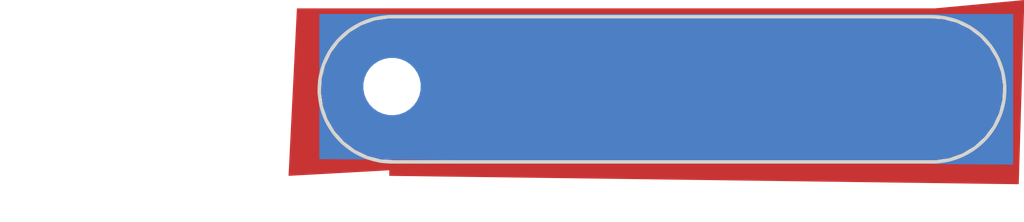
<source format=kicad_pcb>
(kicad_pcb (version 4) (host pcbnew 4.0.7)

  (general
    (links 0)
    (no_connects 0)
    (area 92.886558 98.093558 124.156442 104.852442)
    (thickness 1.6)
    (drawings 13)
    (tracks 0)
    (zones 0)
    (modules 3)
    (nets 1)
  )

  (page A4)
  (layers
    (0 F.Cu signal)
    (31 B.Cu signal hide)
    (32 B.Adhes user)
    (33 F.Adhes user)
    (34 B.Paste user)
    (35 F.Paste user)
    (36 B.SilkS user)
    (37 F.SilkS user)
    (38 B.Mask user)
    (39 F.Mask user)
    (40 Dwgs.User user)
    (41 Cmts.User user)
    (42 Eco1.User user)
    (43 Eco2.User user)
    (44 Edge.Cuts user)
    (45 Margin user)
    (46 B.CrtYd user)
    (47 F.CrtYd user)
    (48 B.Fab user)
    (49 F.Fab user)
  )

  (setup
    (last_trace_width 0.25)
    (trace_clearance 0.2)
    (zone_clearance 0)
    (zone_45_only no)
    (trace_min 0.2)
    (segment_width 0.2)
    (edge_width 0.15)
    (via_size 0.6)
    (via_drill 0.4)
    (via_min_size 0.4)
    (via_min_drill 0.3)
    (uvia_size 0.3)
    (uvia_drill 0.1)
    (uvias_allowed no)
    (uvia_min_size 0.2)
    (uvia_min_drill 0.1)
    (pcb_text_width 0.3)
    (pcb_text_size 1.5 1.5)
    (mod_edge_width 0.15)
    (mod_text_size 1 1)
    (mod_text_width 0.15)
    (pad_size 1.524 1.524)
    (pad_drill 0.762)
    (pad_to_mask_clearance 0.2)
    (aux_axis_origin 0 0)
    (visible_elements FFFFFF7F)
    (pcbplotparams
      (layerselection 0x00030_80000001)
      (usegerberextensions false)
      (excludeedgelayer true)
      (linewidth 0.100000)
      (plotframeref false)
      (viasonmask false)
      (mode 1)
      (useauxorigin false)
      (hpglpennumber 1)
      (hpglpenspeed 20)
      (hpglpendiameter 15)
      (hpglpenoverlay 2)
      (psnegative false)
      (psa4output false)
      (plotreference true)
      (plotvalue true)
      (plotinvisibletext false)
      (padsonsilk false)
      (subtractmaskfromsilk false)
      (outputformat 1)
      (mirror false)
      (drillshape 1)
      (scaleselection 1)
      (outputdirectory ""))
  )

  (net 0 "")

  (net_class Default "This is the default net class."
    (clearance 0.2)
    (trace_width 0.25)
    (via_dia 0.6)
    (via_drill 0.4)
    (uvia_dia 0.3)
    (uvia_drill 0.1)
  )

  (module Mounting_Holes:MountingHole_2.2mm_M2 (layer F.Cu) (tedit 59FCAF67) (tstamp 59FCB16E)
    (at 96.266 101.346)
    (descr "Mounting Hole 2.2mm, no annular, M2")
    (tags "mounting hole 2.2mm no annular m2")
    (attr virtual)
    (fp_text reference REF** (at 0 -3.2) (layer F.SilkS) hide
      (effects (font (size 1 1) (thickness 0.15)))
    )
    (fp_text value MountingHole_2.2mm_M2 (at -0.254 5.334) (layer F.Fab)
      (effects (font (size 1 1) (thickness 0.15)))
    )
    (fp_text user %R (at 0.3 0) (layer F.Fab)
      (effects (font (size 1 1) (thickness 0.15)))
    )
    (fp_circle (center 0 0) (end 2.2 0) (layer Cmts.User) (width 0.15))
    (fp_circle (center 0 0) (end 2.45 0) (layer F.CrtYd) (width 0.05))
    (pad 1 np_thru_hole circle (at 0 0) (size 2.2 2.2) (drill 2.2) (layers *.Cu *.Mask))
  )

  (module info2:info_2mm3_comp (layer F.Cu) (tedit 0) (tstamp 59FCB8E3)
    (at 109.982 101.6)
    (fp_text reference G*** (at 0 0) (layer F.Mask) hide
      (effects (font (thickness 0.3)))
    )
    (fp_text value LOGO (at 0.75 0) (layer F.Mask) hide
      (effects (font (thickness 0.3)))
    )
    (fp_poly (pts (xy 2.848199 0.190597) (xy 3.021468 0.273189) (xy 3.147898 0.425917) (xy 3.227178 0.648381)
      (xy 3.258999 0.94018) (xy 3.259667 0.99569) (xy 3.255736 1.168888) (xy 3.240538 1.281008)
      (xy 3.208966 1.355417) (xy 3.171086 1.400914) (xy 3.069165 1.46507) (xy 2.99117 1.461347)
      (xy 2.894509 1.43972) (xy 2.846917 1.436267) (xy 2.682023 1.443837) (xy 2.580199 1.440643)
      (xy 2.520164 1.423209) (xy 2.480635 1.388061) (xy 2.470508 1.374798) (xy 2.435996 1.279269)
      (xy 2.416494 1.116198) (xy 2.413509 1.007625) (xy 2.534396 1.007625) (xy 2.551552 1.148558)
      (xy 2.585613 1.268303) (xy 2.634319 1.342328) (xy 2.667 1.354667) (xy 2.715234 1.328598)
      (xy 2.7432 1.303867) (xy 2.770907 1.23408) (xy 2.788907 1.102891) (xy 2.794 0.9652)
      (xy 2.789218 0.801156) (xy 2.768862 0.708893) (xy 2.723922 0.675777) (xy 2.645385 0.689178)
      (xy 2.606963 0.703029) (xy 2.559841 0.760328) (xy 2.536405 0.870038) (xy 2.534396 1.007625)
      (xy 2.413509 1.007625) (xy 2.413 0.989142) (xy 2.41613 0.824815) (xy 2.429281 0.722668)
      (xy 2.458099 0.660333) (xy 2.507086 0.616234) (xy 2.613271 0.571617) (xy 2.746976 0.550577)
      (xy 2.761086 0.550333) (xy 2.921 0.550333) (xy 2.921 0.904983) (xy 2.926919 1.111134)
      (xy 2.945519 1.242198) (xy 2.978067 1.306979) (xy 2.978883 1.307672) (xy 3.049054 1.333974)
      (xy 3.097623 1.279696) (xy 3.124097 1.14625) (xy 3.127983 0.935048) (xy 3.126111 0.885889)
      (xy 3.116156 0.71289) (xy 3.100241 0.600598) (xy 3.070495 0.525075) (xy 3.019048 0.462384)
      (xy 2.972757 0.419421) (xy 2.802572 0.315541) (xy 2.624059 0.294125) (xy 2.448049 0.355165)
      (xy 2.360751 0.419809) (xy 2.296243 0.481016) (xy 2.254988 0.538999) (xy 2.230859 0.614765)
      (xy 2.21773 0.729321) (xy 2.209475 0.903676) (xy 2.208016 0.943534) (xy 2.204561 1.159657)
      (xy 2.213998 1.312113) (xy 2.238372 1.421201) (xy 2.261649 1.475509) (xy 2.35529 1.594077)
      (xy 2.486116 1.688073) (xy 2.619947 1.734225) (xy 2.643731 1.735667) (xy 2.701195 1.768627)
      (xy 2.709334 1.799167) (xy 2.676828 1.850833) (xy 2.592502 1.859199) (xy 2.476138 1.826145)
      (xy 2.366344 1.766573) (xy 2.230528 1.649185) (xy 2.140894 1.501352) (xy 2.091018 1.30681)
      (xy 2.074475 1.049294) (xy 2.074399 1.02744) (xy 2.092499 0.729308) (xy 2.149661 0.501998)
      (xy 2.249993 0.339218) (xy 2.397599 0.234676) (xy 2.596586 0.182081) (xy 2.628398 0.178541)
      (xy 2.848199 0.190597)) (layer F.Mask) (width 0.01))
    (fp_poly (pts (xy -11.031026 0.209179) (xy -11.019044 0.318795) (xy -11.010624 0.483297) (xy -11.006792 0.687802)
      (xy -11.006666 0.734272) (xy -11.007908 0.967341) (xy -11.012882 1.130795) (xy -11.023462 1.239665)
      (xy -11.041524 1.308983) (xy -11.068942 1.353779) (xy -11.086083 1.371082) (xy -11.176078 1.424248)
      (xy -11.294104 1.461651) (xy -11.406536 1.475995) (xy -11.47975 1.459987) (xy -11.482916 1.457166)
      (xy -11.513699 1.396649) (xy -11.466493 1.361545) (xy -11.395758 1.354667) (xy -11.288527 1.347255)
      (xy -11.211793 1.31691) (xy -11.160017 1.251472) (xy -11.127657 1.138777) (xy -11.109175 0.966664)
      (xy -11.099029 0.722969) (xy -11.098464 0.702001) (xy -11.090267 0.500827) (xy -11.077974 0.334444)
      (xy -11.063171 0.218827) (xy -11.047446 0.169954) (xy -11.045547 0.169333) (xy -11.031026 0.209179)) (layer F.Mask) (width 0.01))
    (fp_poly (pts (xy -9.852163 0.211846) (xy -9.834366 0.323546) (xy -9.828105 0.510149) (xy -9.830194 0.776212)
      (xy -9.830814 0.811438) (xy -9.837921 1.080753) (xy -9.848462 1.273341) (xy -9.863211 1.397099)
      (xy -9.882941 1.459925) (xy -9.895416 1.471132) (xy -9.919226 1.458331) (xy -9.935193 1.394473)
      (xy -9.944453 1.269406) (xy -9.948143 1.072978) (xy -9.948333 0.998361) (xy -9.950894 0.805957)
      (xy -9.957858 0.649025) (xy -9.968148 0.544212) (xy -9.980083 0.508076) (xy -10.018599 0.540956)
      (xy -10.08339 0.625301) (xy -10.132137 0.698576) (xy -10.205474 0.805213) (xy -10.264452 0.874317)
      (xy -10.287 0.889) (xy -10.327126 0.856119) (xy -10.392999 0.771702) (xy -10.441863 0.698576)
      (xy -10.514668 0.591988) (xy -10.572386 0.522847) (xy -10.593916 0.508076) (xy -10.606416 0.547588)
      (xy -10.616599 0.655052) (xy -10.623376 0.81376) (xy -10.625666 0.994833) (xy -10.628351 1.220861)
      (xy -10.637657 1.371064) (xy -10.655459 1.454154) (xy -10.683633 1.47884) (xy -10.724056 1.453832)
      (xy -10.724444 1.453444) (xy -10.734364 1.403256) (xy -10.742757 1.284015) (xy -10.748954 1.11133)
      (xy -10.752283 0.900811) (xy -10.752666 0.797278) (xy -10.750487 0.525947) (xy -10.741637 0.334604)
      (xy -10.72265 0.218634) (xy -10.690058 0.173419) (xy -10.640394 0.194342) (xy -10.570191 0.276785)
      (xy -10.475982 0.416133) (xy -10.471577 0.422963) (xy -10.388622 0.547459) (xy -10.323106 0.637932)
      (xy -10.288181 0.676311) (xy -10.287 0.676593) (xy -10.255429 0.643718) (xy -10.1921 0.557143)
      (xy -10.110162 0.434939) (xy -10.102423 0.422963) (xy -10.006626 0.280609) (xy -9.935108 0.194934)
      (xy -9.884682 0.170494) (xy -9.852163 0.211846)) (layer F.Mask) (width 0.01))
    (fp_poly (pts (xy -8.957053 0.232967) (xy -8.909242 0.273242) (xy -8.862292 0.326096) (xy -8.832089 0.384323)
      (xy -8.814972 0.46705) (xy -8.807279 0.593408) (xy -8.805351 0.782523) (xy -8.805333 0.816196)
      (xy -8.806883 1.016732) (xy -8.813762 1.151176) (xy -8.829318 1.238078) (xy -8.856898 1.29599)
      (xy -8.899849 1.343463) (xy -8.900583 1.344149) (xy -9.057504 1.441241) (xy -9.228269 1.455504)
      (xy -9.337839 1.42256) (xy -9.444776 1.351489) (xy -9.515411 1.241868) (xy -9.55386 1.081096)
      (xy -9.564239 0.856572) (xy -9.563347 0.822427) (xy -9.440333 0.822427) (xy -9.438504 0.998796)
      (xy -9.42944 1.11189) (xy -9.407779 1.183083) (xy -9.368157 1.233747) (xy -9.328791 1.266927)
      (xy -9.211751 1.339402) (xy -9.115872 1.340986) (xy -9.014084 1.270372) (xy -8.993909 1.250757)
      (xy -8.940683 1.188427) (xy -8.909411 1.117765) (xy -8.894433 1.015) (xy -8.89009 0.856358)
      (xy -8.89 0.81424) (xy -8.904587 0.581764) (xy -8.950742 0.42248) (xy -9.032057 0.329669)
      (xy -9.152122 0.296611) (xy -9.166816 0.296333) (xy -9.286501 0.318264) (xy -9.368447 0.390313)
      (xy -9.417531 0.521865) (xy -9.438634 0.722303) (xy -9.440333 0.822427) (xy -9.563347 0.822427)
      (xy -9.561165 0.738906) (xy -9.551738 0.558989) (xy -9.537243 0.441883) (xy -9.511429 0.365742)
      (xy -9.468043 0.30872) (xy -9.427388 0.2715) (xy -9.272622 0.185377) (xy -9.108513 0.172557)
      (xy -8.957053 0.232967)) (layer F.Mask) (width 0.01))
    (fp_poly (pts (xy -8.072083 0.173987) (xy -7.968837 0.193006) (xy -7.894356 0.233975) (xy -7.850909 0.273242)
      (xy -7.76673 0.410375) (xy -7.741422 0.574148) (xy -7.774991 0.733962) (xy -7.850783 0.84474)
      (xy -7.954566 0.94224) (xy -7.850783 1.147046) (xy -7.777573 1.311093) (xy -7.748434 1.424167)
      (xy -7.765072 1.478178) (xy -7.780247 1.481667) (xy -7.813804 1.446496) (xy -7.871365 1.353771)
      (xy -7.941153 1.222672) (xy -7.949185 1.2065) (xy -8.02228 1.063772) (xy -8.076969 0.981421)
      (xy -8.130304 0.942939) (xy -8.199338 0.931819) (xy -8.233438 0.931333) (xy -8.382 0.931333)
      (xy -8.382 1.2065) (xy -8.388259 1.373104) (xy -8.408654 1.461922) (xy -8.445612 1.479021)
      (xy -8.480778 1.453444) (xy -8.490697 1.403256) (xy -8.499091 1.284015) (xy -8.505288 1.11133)
      (xy -8.508616 0.900811) (xy -8.509 0.797278) (xy -8.509 0.296333) (xy -8.382 0.296333)
      (xy -8.382 0.804333) (xy -8.1915 0.804333) (xy -8.028037 0.784966) (xy -7.919077 0.722371)
      (xy -7.916333 0.719667) (xy -7.843685 0.602838) (xy -7.845427 0.487803) (xy -7.91221 0.388858)
      (xy -8.034686 0.320299) (xy -8.193149 0.296333) (xy -8.382 0.296333) (xy -8.509 0.296333)
      (xy -8.509 0.169333) (xy -8.231909 0.169333) (xy -8.072083 0.173987)) (layer F.Mask) (width 0.01))
    (fp_poly (pts (xy -7.008027 0.17266) (xy -6.909722 0.18468) (xy -6.865274 0.208457) (xy -6.858 0.232833)
      (xy -6.877507 0.269705) (xy -6.946657 0.289501) (xy -7.081396 0.296208) (xy -7.112 0.296333)
      (xy -7.366 0.296333) (xy -7.366 0.677333) (xy -7.1755 0.677333) (xy -7.049939 0.685643)
      (xy -6.992746 0.7139) (xy -6.985 0.740833) (xy -7.009931 0.782687) (xy -7.094701 0.801751)
      (xy -7.1755 0.804333) (xy -7.366 0.804333) (xy -7.366 1.354667) (xy -7.112 1.354667)
      (xy -6.964514 1.359543) (xy -6.885329 1.376831) (xy -6.858501 1.410515) (xy -6.858 1.418167)
      (xy -6.875723 1.453026) (xy -6.939327 1.472793) (xy -7.064464 1.480904) (xy -7.147278 1.481667)
      (xy -7.29665 1.47781) (xy -7.410654 1.467698) (xy -7.464706 1.453515) (xy -7.464778 1.453444)
      (xy -7.474697 1.403256) (xy -7.483091 1.284015) (xy -7.489288 1.11133) (xy -7.492616 0.900811)
      (xy -7.493 0.797278) (xy -7.493 0.169333) (xy -7.1755 0.169333) (xy -7.008027 0.17266)) (layer F.Mask) (width 0.01))
    (fp_poly (pts (xy -6.472556 0.181197) (xy -6.454715 0.224874) (xy -6.443343 0.312496) (xy -6.437141 0.456192)
      (xy -6.434809 0.668093) (xy -6.434666 0.762) (xy -6.434666 1.354667) (xy -6.180666 1.354667)
      (xy -6.03318 1.359543) (xy -5.953996 1.376831) (xy -5.927167 1.410515) (xy -5.926666 1.418167)
      (xy -5.94439 1.453026) (xy -6.007994 1.472793) (xy -6.133131 1.480904) (xy -6.215944 1.481667)
      (xy -6.365317 1.47781) (xy -6.479321 1.467698) (xy -6.533373 1.453515) (xy -6.533444 1.453444)
      (xy -6.543364 1.403256) (xy -6.551757 1.284015) (xy -6.557954 1.11133) (xy -6.561283 0.900811)
      (xy -6.561666 0.797278) (xy -6.560496 0.550313) (xy -6.556188 0.376165) (xy -6.547547 0.263009)
      (xy -6.533375 0.199018) (xy -6.512478 0.172365) (xy -6.498166 0.169333) (xy -6.472556 0.181197)) (layer F.Mask) (width 0.01))
    (fp_poly (pts (xy -5.541223 0.181197) (xy -5.523382 0.224874) (xy -5.51201 0.312496) (xy -5.505808 0.456192)
      (xy -5.503476 0.668093) (xy -5.503333 0.762) (xy -5.503333 1.354667) (xy -5.249333 1.354667)
      (xy -5.101847 1.359543) (xy -5.022662 1.376831) (xy -4.995834 1.410515) (xy -4.995333 1.418167)
      (xy -5.013056 1.453026) (xy -5.076661 1.472793) (xy -5.201798 1.480904) (xy -5.284611 1.481667)
      (xy -5.433984 1.47781) (xy -5.547988 1.467698) (xy -5.60204 1.453515) (xy -5.602111 1.453444)
      (xy -5.61203 1.403256) (xy -5.620424 1.284015) (xy -5.626621 1.11133) (xy -5.62995 0.900811)
      (xy -5.630333 0.797278) (xy -5.629163 0.550313) (xy -5.624855 0.376165) (xy -5.616213 0.263009)
      (xy -5.602042 0.199018) (xy -5.581145 0.172365) (xy -5.566833 0.169333) (xy -5.541223 0.181197)) (layer F.Mask) (width 0.01))
    (fp_poly (pts (xy -4.653333 0.180696) (xy -4.635903 0.222516) (xy -4.624419 0.306392) (xy -4.61776 0.443921)
      (xy -4.614802 0.646703) (xy -4.614333 0.8255) (xy -4.616057 1.089895) (xy -4.622144 1.278422)
      (xy -4.633972 1.399828) (xy -4.652916 1.462858) (xy -4.680351 1.476258) (xy -4.713111 1.453444)
      (xy -4.72303 1.403256) (xy -4.731424 1.284015) (xy -4.737621 1.11133) (xy -4.74095 0.900811)
      (xy -4.741333 0.797278) (xy -4.740163 0.550313) (xy -4.735855 0.376165) (xy -4.727213 0.263009)
      (xy -4.713042 0.199018) (xy -4.692145 0.172365) (xy -4.677833 0.169333) (xy -4.653333 0.180696)) (layer F.Mask) (width 0.01))
    (fp_poly (pts (xy -3.581276 0.210474) (xy -3.568252 0.329275) (xy -3.559709 0.518807) (xy -3.556093 0.772141)
      (xy -3.556 0.8255) (xy -3.558654 1.089888) (xy -3.566319 1.291757) (xy -3.578547 1.424179)
      (xy -3.594891 1.480223) (xy -3.598333 1.481667) (xy -3.619298 1.442058) (xy -3.63403 1.333924)
      (xy -3.640525 1.173296) (xy -3.640666 1.143) (xy -3.640666 0.804333) (xy -4.191 0.804333)
      (xy -4.191 1.143) (xy -4.195615 1.329464) (xy -4.211062 1.439238) (xy -4.239747 1.479882)
      (xy -4.284074 1.45895) (xy -4.289778 1.453444) (xy -4.299697 1.403256) (xy -4.308091 1.284015)
      (xy -4.314288 1.11133) (xy -4.317616 0.900811) (xy -4.318 0.797278) (xy -4.31683 0.550313)
      (xy -4.312522 0.376165) (xy -4.30388 0.263009) (xy -4.289708 0.199018) (xy -4.268812 0.172365)
      (xy -4.2545 0.169333) (xy -4.217628 0.18884) (xy -4.197832 0.25799) (xy -4.191125 0.392729)
      (xy -4.191 0.423333) (xy -4.191 0.677333) (xy -3.640666 0.677333) (xy -3.640666 0.423333)
      (xy -3.63424 0.288038) (xy -3.617451 0.196313) (xy -3.598333 0.169333) (xy -3.581276 0.210474)) (layer F.Mask) (width 0.01))
    (fp_poly (pts (xy -2.805666 0.228244) (xy -2.756567 0.330265) (xy -2.694942 0.479749) (xy -2.6267 0.659881)
      (xy -2.557746 0.853846) (xy -2.49399 1.044828) (xy -2.441337 1.216013) (xy -2.405696 1.350586)
      (xy -2.392974 1.431732) (xy -2.395509 1.445281) (xy -2.445114 1.481166) (xy -2.496204 1.434476)
      (xy -2.545001 1.312333) (xy -2.595735 1.143) (xy -2.839751 1.143) (xy -2.977765 1.145367)
      (xy -3.05562 1.160706) (xy -3.097822 1.201371) (xy -3.128879 1.279718) (xy -3.132472 1.290577)
      (xy -3.185791 1.416253) (xy -3.236391 1.468282) (xy -3.27673 1.445972) (xy -3.274668 1.390127)
      (xy -3.247387 1.274299) (xy -3.200785 1.115303) (xy -3.150506 0.960041) (xy -3.005666 0.960041)
      (xy -2.965572 1.001063) (xy -2.846295 1.015949) (xy -2.836333 1.016) (xy -2.730258 1.009778)
      (xy -2.671295 0.994238) (xy -2.667 0.987971) (xy -2.680024 0.918536) (xy -2.712617 0.809732)
      (xy -2.755058 0.688512) (xy -2.797628 0.58183) (xy -2.830606 0.51664) (xy -2.840085 0.508)
      (xy -2.868977 0.544209) (xy -2.910099 0.63436) (xy -2.953299 0.750743) (xy -2.988426 0.865643)
      (xy -3.00533 0.951349) (xy -3.005666 0.960041) (xy -3.150506 0.960041) (xy -3.140763 0.929956)
      (xy -3.073217 0.735074) (xy -3.004048 0.547473) (xy -2.939154 0.383969) (xy -2.884433 0.261378)
      (xy -2.845785 0.196517) (xy -2.836333 0.1905) (xy -2.805666 0.228244)) (layer F.Mask) (width 0.01))
    (fp_poly (pts (xy -1.679749 0.173987) (xy -1.576503 0.193006) (xy -1.502022 0.233975) (xy -1.458576 0.273242)
      (xy -1.374397 0.410375) (xy -1.349088 0.574148) (xy -1.382657 0.733962) (xy -1.45845 0.84474)
      (xy -1.562233 0.94224) (xy -1.45845 1.147046) (xy -1.385239 1.311093) (xy -1.356101 1.424167)
      (xy -1.372739 1.478178) (xy -1.387914 1.481667) (xy -1.421471 1.446496) (xy -1.479032 1.353771)
      (xy -1.54882 1.222672) (xy -1.556852 1.2065) (xy -1.629947 1.063772) (xy -1.684635 0.981421)
      (xy -1.73797 0.942939) (xy -1.807005 0.931819) (xy -1.841105 0.931333) (xy -1.989666 0.931333)
      (xy -1.989666 1.2065) (xy -1.995926 1.373104) (xy -2.016321 1.461922) (xy -2.053278 1.479021)
      (xy -2.088444 1.453444) (xy -2.098364 1.403256) (xy -2.106757 1.284015) (xy -2.112954 1.11133)
      (xy -2.116283 0.900811) (xy -2.116666 0.797278) (xy -2.116666 0.296333) (xy -1.989666 0.296333)
      (xy -1.989666 0.804333) (xy -1.799166 0.804333) (xy -1.635703 0.784966) (xy -1.526744 0.722371)
      (xy -1.524 0.719667) (xy -1.451352 0.602838) (xy -1.453094 0.487803) (xy -1.519877 0.388858)
      (xy -1.642353 0.320299) (xy -1.800816 0.296333) (xy -1.989666 0.296333) (xy -2.116666 0.296333)
      (xy -2.116666 0.169333) (xy -1.839576 0.169333) (xy -1.679749 0.173987)) (layer F.Mask) (width 0.01))
    (fp_poly (pts (xy -0.969223 0.181197) (xy -0.951382 0.224874) (xy -0.94001 0.312496) (xy -0.933808 0.456192)
      (xy -0.931476 0.668093) (xy -0.931333 0.762) (xy -0.931333 1.354667) (xy -0.677333 1.354667)
      (xy -0.529847 1.359543) (xy -0.450662 1.376831) (xy -0.423834 1.410515) (xy -0.423333 1.418167)
      (xy -0.441056 1.453026) (xy -0.504661 1.472793) (xy -0.629798 1.480904) (xy -0.712611 1.481667)
      (xy -0.861984 1.47781) (xy -0.975988 1.467698) (xy -1.03004 1.453515) (xy -1.030111 1.453444)
      (xy -1.04003 1.403256) (xy -1.048424 1.284015) (xy -1.054621 1.11133) (xy -1.05795 0.900811)
      (xy -1.058333 0.797278) (xy -1.057163 0.550313) (xy -1.052855 0.376165) (xy -1.044213 0.263009)
      (xy -1.030042 0.199018) (xy -1.009145 0.172365) (xy -0.994833 0.169333) (xy -0.969223 0.181197)) (layer F.Mask) (width 0.01))
    (fp_poly (pts (xy 0.369334 0.228244) (xy 0.418433 0.330265) (xy 0.480058 0.479749) (xy 0.5483 0.659881)
      (xy 0.617254 0.853846) (xy 0.68101 1.044828) (xy 0.733663 1.216013) (xy 0.769304 1.350586)
      (xy 0.782026 1.431732) (xy 0.779491 1.445281) (xy 0.729886 1.481166) (xy 0.678796 1.434476)
      (xy 0.629999 1.312333) (xy 0.579265 1.143) (xy 0.335249 1.143) (xy 0.197235 1.145367)
      (xy 0.11938 1.160706) (xy 0.077178 1.201371) (xy 0.046121 1.279718) (xy 0.042528 1.290577)
      (xy -0.010791 1.416253) (xy -0.061391 1.468282) (xy -0.10173 1.445972) (xy -0.099668 1.390127)
      (xy -0.072387 1.274299) (xy -0.025785 1.115303) (xy 0.024494 0.960041) (xy 0.169334 0.960041)
      (xy 0.209428 1.001063) (xy 0.328705 1.015949) (xy 0.338667 1.016) (xy 0.444742 1.009778)
      (xy 0.503705 0.994238) (xy 0.508 0.987971) (xy 0.494976 0.918536) (xy 0.462383 0.809732)
      (xy 0.419942 0.688512) (xy 0.377372 0.58183) (xy 0.344394 0.51664) (xy 0.334915 0.508)
      (xy 0.306023 0.544209) (xy 0.264901 0.63436) (xy 0.221701 0.750743) (xy 0.186574 0.865643)
      (xy 0.16967 0.951349) (xy 0.169334 0.960041) (xy 0.024494 0.960041) (xy 0.034237 0.929956)
      (xy 0.101783 0.735074) (xy 0.170952 0.547473) (xy 0.235846 0.383969) (xy 0.290567 0.261378)
      (xy 0.329215 0.196517) (xy 0.338667 0.1905) (xy 0.369334 0.228244)) (layer F.Mask) (width 0.01))
    (fp_poly (pts (xy 1.795057 0.210474) (xy 1.808081 0.329275) (xy 1.816625 0.518807) (xy 1.82024 0.772141)
      (xy 1.820334 0.8255) (xy 1.818116 1.050367) (xy 1.811995 1.242027) (xy 1.80277 1.386085)
      (xy 1.791242 1.468148) (xy 1.783887 1.481667) (xy 1.751131 1.446478) (xy 1.688163 1.350449)
      (xy 1.60378 1.207883) (xy 1.506779 1.033084) (xy 1.498137 1.017018) (xy 1.400842 0.840083)
      (xy 1.316015 0.693997) (xy 1.252302 0.593085) (xy 1.218347 0.55167) (xy 1.217084 0.551351)
      (xy 1.204328 0.590405) (xy 1.194019 0.697079) (xy 1.18732 0.854339) (xy 1.185334 1.016)
      (xy 1.182464 1.236797) (xy 1.172555 1.381727) (xy 1.153652 1.459436) (xy 1.123805 1.47857)
      (xy 1.086556 1.453444) (xy 1.076636 1.403256) (xy 1.068243 1.284015) (xy 1.062046 1.11133)
      (xy 1.058717 0.900811) (xy 1.058334 0.797278) (xy 1.05971 0.547531) (xy 1.064548 0.371189)
      (xy 1.073905 0.257026) (xy 1.088843 0.193812) (xy 1.110421 0.170322) (xy 1.117617 0.169333)
      (xy 1.155308 0.203809) (xy 1.222191 0.295524) (xy 1.307809 0.426907) (xy 1.401706 0.580387)
      (xy 1.493425 0.738394) (xy 1.572509 0.883357) (xy 1.628502 0.997706) (xy 1.650946 1.063871)
      (xy 1.651 1.065578) (xy 1.683421 1.099689) (xy 1.693334 1.100667) (xy 1.712435 1.060187)
      (xy 1.726413 0.94596) (xy 1.734284 0.768806) (xy 1.735667 0.635) (xy 1.739347 0.424888)
      (xy 1.749731 0.27113) (xy 1.765836 0.184544) (xy 1.778 0.169333) (xy 1.795057 0.210474)) (layer F.Mask) (width 0.01))
    (fp_poly (pts (xy 4.153534 0.173522) (xy 4.239908 0.188498) (xy 4.273472 0.217877) (xy 4.275667 0.232833)
      (xy 4.255978 0.269897) (xy 4.186275 0.289687) (xy 4.050599 0.296242) (xy 4.024691 0.296333)
      (xy 3.865222 0.302311) (xy 3.757125 0.329328) (xy 3.690522 0.391009) (xy 3.655538 0.500981)
      (xy 3.642295 0.672868) (xy 3.640667 0.826123) (xy 3.642389 1.014428) (xy 3.650107 1.136904)
      (xy 3.667646 1.212365) (xy 3.698831 1.259621) (xy 3.734753 1.288766) (xy 3.837166 1.330938)
      (xy 3.97415 1.353487) (xy 4.00992 1.354667) (xy 4.191 1.354667) (xy 4.191 1.0795)
      (xy 4.189144 0.931582) (xy 4.178672 0.849194) (xy 4.152227 0.813206) (xy 4.102452 0.804492)
      (xy 4.085167 0.804333) (xy 4.000048 0.782253) (xy 3.979334 0.740833) (xy 4.011463 0.693867)
      (xy 4.114006 0.677448) (xy 4.1275 0.677333) (xy 4.275667 0.677333) (xy 4.275667 1.481667)
      (xy 4.03225 1.478801) (xy 3.881044 1.469714) (xy 3.752933 1.449427) (xy 3.698413 1.432154)
      (xy 3.617771 1.371866) (xy 3.56286 1.273968) (xy 3.529948 1.125274) (xy 3.515304 0.912599)
      (xy 3.513667 0.77925) (xy 3.515412 0.588607) (xy 3.523447 0.462165) (xy 3.541967 0.379485)
      (xy 3.575171 0.320127) (xy 3.617576 0.273242) (xy 3.688176 0.215053) (xy 3.770478 0.183467)
      (xy 3.892297 0.170901) (xy 3.998576 0.169333) (xy 4.153534 0.173522)) (layer F.Mask) (width 0.01))
    (fp_poly (pts (xy 5.472504 0.211846) (xy 5.490301 0.323546) (xy 5.496562 0.510149) (xy 5.494472 0.776212)
      (xy 5.493853 0.811438) (xy 5.486746 1.080753) (xy 5.476205 1.273341) (xy 5.461456 1.397099)
      (xy 5.441726 1.459925) (xy 5.42925 1.471132) (xy 5.40544 1.458331) (xy 5.389474 1.394473)
      (xy 5.380214 1.269406) (xy 5.376524 1.072978) (xy 5.376334 0.998361) (xy 5.373773 0.805957)
      (xy 5.366808 0.649025) (xy 5.356519 0.544212) (xy 5.344584 0.508076) (xy 5.306068 0.540956)
      (xy 5.241276 0.625301) (xy 5.19253 0.698576) (xy 5.119192 0.805213) (xy 5.060215 0.874317)
      (xy 5.037667 0.889) (xy 4.997541 0.856119) (xy 4.931668 0.771702) (xy 4.882804 0.698576)
      (xy 4.809998 0.591988) (xy 4.75228 0.522847) (xy 4.73075 0.508076) (xy 4.71825 0.547588)
      (xy 4.708067 0.655052) (xy 4.701291 0.81376) (xy 4.699 0.994833) (xy 4.696315 1.220861)
      (xy 4.68701 1.371064) (xy 4.669208 1.454154) (xy 4.641034 1.47884) (xy 4.600611 1.453832)
      (xy 4.600222 1.453444) (xy 4.590303 1.403256) (xy 4.581909 1.284015) (xy 4.575712 1.11133)
      (xy 4.572384 0.900811) (xy 4.572 0.797278) (xy 4.57418 0.525947) (xy 4.583029 0.334604)
      (xy 4.602017 0.218634) (xy 4.634609 0.173419) (xy 4.684273 0.194342) (xy 4.754475 0.276785)
      (xy 4.848684 0.416133) (xy 4.85309 0.422963) (xy 4.936044 0.547459) (xy 5.00156 0.637932)
      (xy 5.036486 0.676311) (xy 5.037667 0.676593) (xy 5.069237 0.643718) (xy 5.132567 0.557143)
      (xy 5.214504 0.434939) (xy 5.222244 0.422963) (xy 5.31804 0.280609) (xy 5.389559 0.194934)
      (xy 5.439985 0.170494) (xy 5.472504 0.211846)) (layer F.Mask) (width 0.01))
    (fp_poly (pts (xy 6.253667 0.228244) (xy 6.302766 0.330265) (xy 6.364391 0.479749) (xy 6.432634 0.659881)
      (xy 6.501587 0.853846) (xy 6.565343 1.044828) (xy 6.617996 1.216013) (xy 6.653637 1.350586)
      (xy 6.666359 1.431732) (xy 6.663824 1.445281) (xy 6.614219 1.481166) (xy 6.563129 1.434476)
      (xy 6.514332 1.312333) (xy 6.463598 1.143) (xy 6.219582 1.143) (xy 6.081569 1.145367)
      (xy 6.003714 1.160706) (xy 5.961511 1.201371) (xy 5.930455 1.279718) (xy 5.926861 1.290577)
      (xy 5.873543 1.416253) (xy 5.822942 1.468282) (xy 5.782603 1.445972) (xy 5.784665 1.390127)
      (xy 5.811947 1.274299) (xy 5.858548 1.115303) (xy 5.908828 0.960041) (xy 6.053667 0.960041)
      (xy 6.093761 1.001063) (xy 6.213039 1.015949) (xy 6.223 1.016) (xy 6.329075 1.009778)
      (xy 6.388038 0.994238) (xy 6.392334 0.987971) (xy 6.379309 0.918536) (xy 6.346716 0.809732)
      (xy 6.304275 0.688512) (xy 6.261705 0.58183) (xy 6.228727 0.51664) (xy 6.219249 0.508)
      (xy 6.190356 0.544209) (xy 6.149234 0.63436) (xy 6.106034 0.750743) (xy 6.070907 0.865643)
      (xy 6.054003 0.951349) (xy 6.053667 0.960041) (xy 5.908828 0.960041) (xy 5.918571 0.929956)
      (xy 5.986116 0.735074) (xy 6.055286 0.547473) (xy 6.12018 0.383969) (xy 6.1749 0.261378)
      (xy 6.213548 0.196517) (xy 6.223 0.1905) (xy 6.253667 0.228244)) (layer F.Mask) (width 0.01))
    (fp_poly (pts (xy 7.030667 0.180696) (xy 7.048097 0.222516) (xy 7.059581 0.306392) (xy 7.06624 0.443921)
      (xy 7.069198 0.646703) (xy 7.069667 0.8255) (xy 7.067943 1.089895) (xy 7.061856 1.278422)
      (xy 7.050028 1.399828) (xy 7.031084 1.462858) (xy 7.003649 1.476258) (xy 6.970889 1.453444)
      (xy 6.96097 1.403256) (xy 6.952576 1.284015) (xy 6.946379 1.11133) (xy 6.94305 0.900811)
      (xy 6.942667 0.797278) (xy 6.943837 0.550313) (xy 6.948145 0.376165) (xy 6.956787 0.263009)
      (xy 6.970958 0.199018) (xy 6.991855 0.172365) (xy 7.006167 0.169333) (xy 7.030667 0.180696)) (layer F.Mask) (width 0.01))
    (fp_poly (pts (xy 7.412777 0.181197) (xy 7.430618 0.224874) (xy 7.44199 0.312496) (xy 7.448192 0.456192)
      (xy 7.450524 0.668093) (xy 7.450667 0.762) (xy 7.450667 1.354667) (xy 7.704667 1.354667)
      (xy 7.852153 1.359543) (xy 7.931338 1.376831) (xy 7.958166 1.410515) (xy 7.958667 1.418167)
      (xy 7.940944 1.453026) (xy 7.877339 1.472793) (xy 7.752202 1.480904) (xy 7.669389 1.481667)
      (xy 7.520016 1.47781) (xy 7.406012 1.467698) (xy 7.35196 1.453515) (xy 7.351889 1.453444)
      (xy 7.34197 1.403256) (xy 7.333576 1.284015) (xy 7.327379 1.11133) (xy 7.32405 0.900811)
      (xy 7.323667 0.797278) (xy 7.324837 0.550313) (xy 7.329145 0.376165) (xy 7.337787 0.263009)
      (xy 7.351958 0.199018) (xy 7.372855 0.172365) (xy 7.387167 0.169333) (xy 7.412777 0.181197)) (layer F.Mask) (width 0.01))
    (fp_poly (pts (xy 8.369572 1.3068) (xy 8.382 1.375833) (xy 8.364421 1.463193) (xy 8.317719 1.478243)
      (xy 8.283222 1.453444) (xy 8.254793 1.384885) (xy 8.267183 1.309991) (xy 8.312383 1.270412)
      (xy 8.3185 1.27) (xy 8.369572 1.3068)) (layer F.Mask) (width 0.01))
    (fp_poly (pts (xy 9.191192 0.176017) (xy 9.256886 0.19919) (xy 9.271 0.232833) (xy 9.24569 0.274989)
      (xy 9.159896 0.293963) (xy 9.083524 0.296333) (xy 8.949765 0.304757) (xy 8.858964 0.338914)
      (xy 8.803058 0.412132) (xy 8.773982 0.537741) (xy 8.763675 0.729066) (xy 8.763 0.826123)
      (xy 8.764723 1.014428) (xy 8.77244 1.136904) (xy 8.789979 1.212365) (xy 8.821164 1.259621)
      (xy 8.857086 1.288766) (xy 8.963271 1.333383) (xy 9.096976 1.354423) (xy 9.111086 1.354667)
      (xy 9.225249 1.36644) (xy 9.269476 1.40489) (xy 9.271 1.418167) (xy 9.234088 1.457172)
      (xy 9.141203 1.47743) (xy 9.019121 1.478108) (xy 8.894619 1.458374) (xy 8.820746 1.432154)
      (xy 8.740105 1.371866) (xy 8.685194 1.273968) (xy 8.652282 1.125274) (xy 8.637638 0.912599)
      (xy 8.636 0.77925) (xy 8.637746 0.588607) (xy 8.64578 0.462165) (xy 8.6643 0.379485)
      (xy 8.697505 0.320127) (xy 8.739909 0.273242) (xy 8.828336 0.205711) (xy 8.937483 0.175061)
      (xy 9.057409 0.169333) (xy 9.191192 0.176017)) (layer F.Mask) (width 0.01))
    (fp_poly (pts (xy 10.177614 0.232967) (xy 10.225424 0.273242) (xy 10.272374 0.326096) (xy 10.302578 0.384323)
      (xy 10.319695 0.46705) (xy 10.327387 0.593408) (xy 10.329315 0.782523) (xy 10.329334 0.816196)
      (xy 10.327784 1.016732) (xy 10.320905 1.151176) (xy 10.305348 1.238078) (xy 10.277768 1.29599)
      (xy 10.234817 1.343463) (xy 10.234084 1.344149) (xy 10.077163 1.441241) (xy 9.906397 1.455504)
      (xy 9.796828 1.42256) (xy 9.689891 1.351489) (xy 9.619256 1.241868) (xy 9.580807 1.081096)
      (xy 9.570427 0.856572) (xy 9.571319 0.822427) (xy 9.694334 0.822427) (xy 9.696163 0.998796)
      (xy 9.705227 1.11189) (xy 9.726888 1.183083) (xy 9.76651 1.233747) (xy 9.805876 1.266927)
      (xy 9.922916 1.339402) (xy 10.018794 1.340986) (xy 10.120583 1.270372) (xy 10.140758 1.250757)
      (xy 10.193983 1.188427) (xy 10.225256 1.117765) (xy 10.240234 1.015) (xy 10.244577 0.856358)
      (xy 10.244667 0.81424) (xy 10.23008 0.581764) (xy 10.183925 0.42248) (xy 10.10261 0.329669)
      (xy 9.982545 0.296611) (xy 9.967851 0.296333) (xy 9.848165 0.318264) (xy 9.76622 0.390313)
      (xy 9.717135 0.521865) (xy 9.696033 0.722303) (xy 9.694334 0.822427) (xy 9.571319 0.822427)
      (xy 9.573502 0.738906) (xy 9.582929 0.558989) (xy 9.597423 0.441883) (xy 9.623237 0.365742)
      (xy 9.666624 0.30872) (xy 9.707278 0.2715) (xy 9.862045 0.185377) (xy 10.026154 0.172557)
      (xy 10.177614 0.232967)) (layer F.Mask) (width 0.01))
    (fp_poly (pts (xy 11.483837 0.211846) (xy 11.501634 0.323546) (xy 11.507895 0.510149) (xy 11.505806 0.776212)
      (xy 11.505186 0.811438) (xy 11.498079 1.080753) (xy 11.487538 1.273341) (xy 11.472789 1.397099)
      (xy 11.453059 1.459925) (xy 11.440584 1.471132) (xy 11.416774 1.458331) (xy 11.400807 1.394473)
      (xy 11.391547 1.269406) (xy 11.387857 1.072978) (xy 11.387667 0.998361) (xy 11.385106 0.805957)
      (xy 11.378142 0.649025) (xy 11.367852 0.544212) (xy 11.355917 0.508076) (xy 11.317401 0.540956)
      (xy 11.25261 0.625301) (xy 11.203863 0.698576) (xy 11.130526 0.805213) (xy 11.071548 0.874317)
      (xy 11.049 0.889) (xy 11.008874 0.856119) (xy 10.943001 0.771702) (xy 10.894137 0.698576)
      (xy 10.821332 0.591988) (xy 10.763614 0.522847) (xy 10.742084 0.508076) (xy 10.729584 0.547588)
      (xy 10.719401 0.655052) (xy 10.712624 0.81376) (xy 10.710334 0.994833) (xy 10.707649 1.220861)
      (xy 10.698343 1.371064) (xy 10.680541 1.454154) (xy 10.652367 1.47884) (xy 10.611944 1.453832)
      (xy 10.611556 1.453444) (xy 10.601636 1.403256) (xy 10.593243 1.284015) (xy 10.587046 1.11133)
      (xy 10.583717 0.900811) (xy 10.583334 0.797278) (xy 10.585513 0.525947) (xy 10.594363 0.334604)
      (xy 10.61335 0.218634) (xy 10.645942 0.173419) (xy 10.695606 0.194342) (xy 10.765809 0.276785)
      (xy 10.860018 0.416133) (xy 10.864423 0.422963) (xy 10.947378 0.547459) (xy 11.012894 0.637932)
      (xy 11.047819 0.676311) (xy 11.049 0.676593) (xy 11.080571 0.643718) (xy 11.1439 0.557143)
      (xy 11.225838 0.434939) (xy 11.233577 0.422963) (xy 11.329374 0.280609) (xy 11.400892 0.194934)
      (xy 11.451318 0.170494) (xy 11.483837 0.211846)) (layer F.Mask) (width 0.01))
    (fp_poly (pts (xy -11.031026 -1.822821) (xy -11.019044 -1.713205) (xy -11.010624 -1.548703) (xy -11.006792 -1.344198)
      (xy -11.006666 -1.297728) (xy -11.007908 -1.064659) (xy -11.012882 -0.901205) (xy -11.023462 -0.792335)
      (xy -11.041524 -0.723017) (xy -11.068942 -0.678221) (xy -11.086083 -0.660918) (xy -11.176078 -0.607752)
      (xy -11.294104 -0.570349) (xy -11.406536 -0.556005) (xy -11.47975 -0.572013) (xy -11.482916 -0.574834)
      (xy -11.513699 -0.635351) (xy -11.466493 -0.670455) (xy -11.395758 -0.677333) (xy -11.288527 -0.684745)
      (xy -11.211793 -0.71509) (xy -11.160017 -0.780528) (xy -11.127657 -0.893223) (xy -11.109175 -1.065336)
      (xy -11.099029 -1.309031) (xy -11.098464 -1.329999) (xy -11.090267 -1.531173) (xy -11.077974 -1.697556)
      (xy -11.063171 -1.813173) (xy -11.047446 -1.862046) (xy -11.045547 -1.862667) (xy -11.031026 -1.822821)) (layer F.Mask) (width 0.01))
    (fp_poly (pts (xy -10.256333 -1.803756) (xy -10.207234 -1.701735) (xy -10.145609 -1.552251) (xy -10.077366 -1.372119)
      (xy -10.008413 -1.178154) (xy -9.944657 -0.987172) (xy -9.892004 -0.815987) (xy -9.856363 -0.681414)
      (xy -9.843641 -0.600268) (xy -9.846176 -0.586719) (xy -9.895781 -0.550834) (xy -9.946871 -0.597524)
      (xy -9.995668 -0.719667) (xy -10.046402 -0.889) (xy -10.290418 -0.889) (xy -10.428431 -0.886633)
      (xy -10.506286 -0.871294) (xy -10.548489 -0.830629) (xy -10.579545 -0.752282) (xy -10.583139 -0.741423)
      (xy -10.636457 -0.615747) (xy -10.687058 -0.563718) (xy -10.727397 -0.586028) (xy -10.725335 -0.641873)
      (xy -10.698053 -0.757701) (xy -10.651452 -0.916697) (xy -10.601172 -1.071959) (xy -10.456333 -1.071959)
      (xy -10.416239 -1.030937) (xy -10.296961 -1.016051) (xy -10.287 -1.016) (xy -10.180925 -1.022222)
      (xy -10.121962 -1.037762) (xy -10.117666 -1.044029) (xy -10.130691 -1.113464) (xy -10.163284 -1.222268)
      (xy -10.205725 -1.343488) (xy -10.248295 -1.45017) (xy -10.281273 -1.51536) (xy -10.290751 -1.524)
      (xy -10.319644 -1.487791) (xy -10.360766 -1.39764) (xy -10.403966 -1.281257) (xy -10.439093 -1.166357)
      (xy -10.455997 -1.080651) (xy -10.456333 -1.071959) (xy -10.601172 -1.071959) (xy -10.591429 -1.102044)
      (xy -10.523884 -1.296926) (xy -10.454714 -1.484527) (xy -10.38982 -1.648031) (xy -10.3351 -1.770622)
      (xy -10.296452 -1.835483) (xy -10.287 -1.8415) (xy -10.256333 -1.803756)) (layer F.Mask) (width 0.01))
    (fp_poly (pts (xy -9.003788 -1.848044) (xy -8.92955 -1.818844) (xy -8.854369 -1.764344) (xy -8.85774 -1.727406)
      (xy -8.934738 -1.711469) (xy -9.072579 -1.719028) (xy -9.218337 -1.729349) (xy -9.30908 -1.714727)
      (xy -9.368912 -1.674041) (xy -9.434437 -1.577659) (xy -9.42554 -1.486815) (xy -9.339028 -1.393943)
      (xy -9.218083 -1.316609) (xy -9.037136 -1.212753) (xy -8.918375 -1.134538) (xy -8.848849 -1.06858)
      (xy -8.815605 -1.001497) (xy -8.805693 -0.919905) (xy -8.805333 -0.890096) (xy -8.822671 -0.75721)
      (xy -8.886493 -0.663938) (xy -8.916876 -0.638073) (xy -9.012872 -0.575908) (xy -9.106379 -0.556775)
      (xy -9.227162 -0.578828) (xy -9.329217 -0.612525) (xy -9.444406 -0.660275) (xy -9.52646 -0.706145)
      (xy -9.538061 -0.715795) (xy -9.56918 -0.769563) (xy -9.531599 -0.791989) (xy -9.43582 -0.781663)
      (xy -9.315459 -0.745709) (xy -9.133107 -0.702036) (xy -9.003854 -0.722372) (xy -8.924705 -0.807308)
      (xy -8.917476 -0.824324) (xy -8.905826 -0.903386) (xy -8.942856 -0.977983) (xy -9.038518 -1.059654)
      (xy -9.202766 -1.159937) (xy -9.210943 -1.164521) (xy -9.41385 -1.297565) (xy -9.533919 -1.42507)
      (xy -9.572524 -1.550269) (xy -9.531037 -1.676395) (xy -9.463424 -1.758758) (xy -9.335871 -1.834337)
      (xy -9.170462 -1.865471) (xy -9.003788 -1.848044)) (layer F.Mask) (width 0.01))
    (fp_poly (pts (xy -7.89872 -1.799033) (xy -7.850909 -1.758758) (xy -7.803959 -1.705904) (xy -7.773756 -1.647677)
      (xy -7.756638 -1.56495) (xy -7.748946 -1.438592) (xy -7.747018 -1.249477) (xy -7.747 -1.215804)
      (xy -7.748549 -1.015268) (xy -7.755429 -0.880824) (xy -7.770985 -0.793922) (xy -7.798565 -0.73601)
      (xy -7.841516 -0.688537) (xy -7.84225 -0.687851) (xy -7.999171 -0.590759) (xy -8.169936 -0.576496)
      (xy -8.279506 -0.60944) (xy -8.386443 -0.680511) (xy -8.457077 -0.790132) (xy -8.495526 -0.950904)
      (xy -8.505906 -1.175428) (xy -8.505014 -1.209573) (xy -8.382 -1.209573) (xy -8.38017 -1.033204)
      (xy -8.371107 -0.92011) (xy -8.349445 -0.848917) (xy -8.309823 -0.798253) (xy -8.270457 -0.765073)
      (xy -8.153417 -0.692598) (xy -8.057539 -0.691014) (xy -7.955751 -0.761628) (xy -7.935576 -0.781243)
      (xy -7.88235 -0.843573) (xy -7.851078 -0.914235) (xy -7.836099 -1.017) (xy -7.831757 -1.175642)
      (xy -7.831666 -1.21776) (xy -7.846253 -1.450236) (xy -7.892409 -1.60952) (xy -7.973723 -1.702331)
      (xy -8.093789 -1.735389) (xy -8.108482 -1.735667) (xy -8.228168 -1.713736) (xy -8.310114 -1.641687)
      (xy -8.359198 -1.510135) (xy -8.380301 -1.309697) (xy -8.382 -1.209573) (xy -8.505014 -1.209573)
      (xy -8.502831 -1.293094) (xy -8.493404 -1.473011) (xy -8.47891 -1.590117) (xy -8.453096 -1.666258)
      (xy -8.409709 -1.72328) (xy -8.369055 -1.7605) (xy -8.214289 -1.846623) (xy -8.05018 -1.859443)
      (xy -7.89872 -1.799033)) (layer F.Mask) (width 0.01))
    (fp_poly (pts (xy -6.756276 -1.821526) (xy -6.743252 -1.702725) (xy -6.734709 -1.513193) (xy -6.731093 -1.259859)
      (xy -6.731 -1.2065) (xy -6.733218 -0.981633) (xy -6.739339 -0.789973) (xy -6.748563 -0.645915)
      (xy -6.760091 -0.563852) (xy -6.767446 -0.550333) (xy -6.800202 -0.585522) (xy -6.86317 -0.681551)
      (xy -6.947553 -0.824117) (xy -7.044555 -0.998916) (xy -7.053196 -1.014982) (xy -7.150491 -1.191917)
      (xy -7.235318 -1.338003) (xy -7.299032 -1.438915) (xy -7.332987 -1.48033) (xy -7.33425 -1.480649)
      (xy -7.347005 -1.441595) (xy -7.357315 -1.334921) (xy -7.364014 -1.177661) (xy -7.366 -1.016)
      (xy -7.368869 -0.795203) (xy -7.378779 -0.650273) (xy -7.397681 -0.572564) (xy -7.427528 -0.55343)
      (xy -7.464778 -0.578556) (xy -7.474697 -0.628744) (xy -7.483091 -0.747985) (xy -7.489288 -0.92067)
      (xy -7.492616 -1.131189) (xy -7.493 -1.234722) (xy -7.491623 -1.484469) (xy -7.486786 -1.660811)
      (xy -7.477428 -1.774974) (xy -7.46249 -1.838188) (xy -7.440912 -1.861678) (xy -7.433716 -1.862667)
      (xy -7.396026 -1.828191) (xy -7.329143 -1.736476) (xy -7.243524 -1.605093) (xy -7.149627 -1.451613)
      (xy -7.057908 -1.293606) (xy -6.978824 -1.148643) (xy -6.922831 -1.034294) (xy -6.900387 -0.968129)
      (xy -6.900333 -0.966422) (xy -6.867913 -0.932311) (xy -6.858 -0.931333) (xy -6.838899 -0.971813)
      (xy -6.824921 -1.08604) (xy -6.817049 -1.263194) (xy -6.815666 -1.397) (xy -6.811987 -1.607112)
      (xy -6.801602 -1.76087) (xy -6.785497 -1.847456) (xy -6.773333 -1.862667) (xy -6.756276 -1.821526)) (layer F.Mask) (width 0.01))
    (fp_poly (pts (xy -5.127116 -1.813412) (xy -5.034314 -1.713066) (xy -4.995503 -1.566416) (xy -4.995333 -1.555077)
      (xy -5.025658 -1.421293) (xy -5.116802 -1.22997) (xy -5.206069 -1.078827) (xy -5.297757 -0.928744)
      (xy -5.369489 -0.805574) (xy -5.411217 -0.726868) (xy -5.417735 -0.709083) (xy -5.380213 -0.690976)
      (xy -5.283247 -0.67948) (xy -5.207 -0.677333) (xy -5.073891 -0.670536) (xy -5.008878 -0.646999)
      (xy -4.995333 -0.613833) (xy -5.012863 -0.579207) (xy -5.075854 -0.559453) (xy -5.199906 -0.551201)
      (xy -5.289168 -0.550333) (xy -5.439448 -0.556161) (xy -5.554225 -0.571465) (xy -5.609314 -0.592972)
      (xy -5.609803 -0.593697) (xy -5.599862 -0.645525) (xy -5.551786 -0.751044) (xy -5.473995 -0.893227)
      (xy -5.405747 -1.006447) (xy -5.274887 -1.216594) (xy -5.183962 -1.367344) (xy -5.12802 -1.471085)
      (xy -5.102108 -1.540208) (xy -5.101273 -1.587101) (xy -5.120563 -1.624155) (xy -5.146687 -1.654522)
      (xy -5.252584 -1.726571) (xy -5.360796 -1.714239) (xy -5.439833 -1.651) (xy -5.520124 -1.586921)
      (xy -5.591405 -1.5674) (xy -5.629019 -1.597669) (xy -5.630333 -1.610591) (xy -5.602799 -1.668056)
      (xy -5.53559 -1.74942) (xy -5.526424 -1.758758) (xy -5.393477 -1.844046) (xy -5.253606 -1.859668)
      (xy -5.127116 -1.813412)) (layer F.Mask) (width 0.01))
    (fp_poly (pts (xy -4.329762 -1.843249) (xy -4.221167 -1.757783) (xy -4.180482 -1.693333) (xy -4.135767 -1.550076)
      (xy -4.110587 -1.358234) (xy -4.105275 -1.148181) (xy -4.120162 -0.950291) (xy -4.155583 -0.794939)
      (xy -4.170271 -0.761153) (xy -4.235022 -0.669665) (xy -4.316976 -0.593224) (xy -4.389458 -0.554693)
      (xy -4.410467 -0.555244) (xy -4.457332 -0.568678) (xy -4.498492 -0.579626) (xy -4.586054 -0.643079)
      (xy -4.653431 -0.770051) (xy -4.699451 -0.941553) (xy -4.722941 -1.138599) (xy -4.722854 -1.221896)
      (xy -4.604347 -1.221896) (xy -4.593957 -1.042521) (xy -4.559308 -0.883212) (xy -4.514058 -0.785708)
      (xy -4.439485 -0.70357) (xy -4.370979 -0.702323) (xy -4.30126 -0.783284) (xy -4.276563 -0.828626)
      (xy -4.228671 -0.973075) (xy -4.209963 -1.142633) (xy -4.217169 -1.319) (xy -4.247019 -1.483875)
      (xy -4.296244 -1.618957) (xy -4.361573 -1.705947) (xy -4.437089 -1.727095) (xy -4.50685 -1.673938)
      (xy -4.559105 -1.558253) (xy -4.592167 -1.40069) (xy -4.604347 -1.221896) (xy -4.722854 -1.221896)
      (xy -4.722727 -1.342202) (xy -4.697639 -1.533374) (xy -4.646502 -1.69313) (xy -4.573725 -1.797606)
      (xy -4.453963 -1.858294) (xy -4.329762 -1.843249)) (layer F.Mask) (width 0.01))
    (fp_poly (pts (xy -3.303901 -1.838783) (xy -3.313496 -1.785191) (xy -3.368459 -1.728975) (xy -3.39621 -1.713955)
      (xy -3.480066 -1.652345) (xy -3.570198 -1.551801) (xy -3.589998 -1.524) (xy -3.689576 -1.375833)
      (xy -3.591038 -1.363982) (xy -3.396868 -1.329597) (xy -3.272725 -1.2733) (xy -3.204328 -1.180969)
      (xy -3.177397 -1.03848) (xy -3.175 -0.952549) (xy -3.181286 -0.810892) (xy -3.207481 -0.722405)
      (xy -3.264589 -0.656062) (xy -3.286542 -0.638073) (xy -3.412853 -0.565623) (xy -3.53538 -0.565179)
      (xy -3.625254 -0.599846) (xy -3.722879 -0.68237) (xy -3.782817 -0.822325) (xy -3.808474 -1.029126)
      (xy -3.81 -1.11046) (xy -3.797622 -1.227667) (xy -3.683 -1.227667) (xy -3.683 -1.018401)
      (xy -3.674612 -0.879175) (xy -3.642851 -0.794598) (xy -3.588914 -0.743234) (xy -3.495722 -0.688242)
      (xy -3.428645 -0.691685) (xy -3.349891 -0.756464) (xy -3.344333 -0.762) (xy -3.270599 -0.885008)
      (xy -3.266632 -1.015449) (xy -3.323053 -1.130685) (xy -3.430485 -1.208075) (xy -3.537234 -1.227667)
      (xy -3.683 -1.227667) (xy -3.797622 -1.227667) (xy -3.783008 -1.366028) (xy -3.706294 -1.580678)
      (xy -3.586252 -1.739512) (xy -3.518617 -1.789508) (xy -3.420908 -1.839711) (xy -3.351365 -1.862538)
      (xy -3.348385 -1.862667) (xy -3.303901 -1.838783)) (layer F.Mask) (width 0.01))
    (fp_poly (pts (xy -1.53233 -1.858932) (xy -1.440183 -1.845505) (xy -1.40132 -1.819047) (xy -1.397 -1.799167)
      (xy -1.417903 -1.760873) (xy -1.491251 -1.741157) (xy -1.629833 -1.735667) (xy -1.862666 -1.735667)
      (xy -1.862666 -1.545167) (xy -1.859375 -1.428107) (xy -1.838018 -1.372673) (xy -1.781369 -1.355831)
      (xy -1.720209 -1.354667) (xy -1.577963 -1.326177) (xy -1.466209 -1.266928) (xy -1.398946 -1.201236)
      (xy -1.365553 -1.121704) (xy -1.355019 -0.997299) (xy -1.354666 -0.9525) (xy -1.360956 -0.810855)
      (xy -1.387165 -0.722373) (xy -1.444302 -0.656022) (xy -1.466209 -0.638073) (xy -1.566957 -0.587984)
      (xy -1.700393 -0.556103) (xy -1.834098 -0.546324) (xy -1.935656 -0.562543) (xy -1.961444 -0.578556)
      (xy -1.988912 -0.633569) (xy -1.937289 -0.666187) (xy -1.805076 -0.677322) (xy -1.799166 -0.677333)
      (xy -1.623942 -0.706303) (xy -1.502479 -0.784487) (xy -1.443211 -0.898793) (xy -1.454571 -1.036134)
      (xy -1.505234 -1.133581) (xy -1.565884 -1.193535) (xy -1.656154 -1.221559) (xy -1.7804 -1.227667)
      (xy -1.989666 -1.227667) (xy -1.989666 -1.862667) (xy -1.693333 -1.862667) (xy -1.53233 -1.858932)) (layer F.Mask) (width 0.01))
    (fp_poly (pts (xy -0.572531 -1.859967) (xy -0.470008 -1.841353) (xy -0.425232 -1.791055) (xy -0.426642 -1.693305)
      (xy -0.462677 -1.532332) (xy -0.472762 -1.492195) (xy -0.498958 -1.365) (xy -0.495059 -1.299143)
      (xy -0.472762 -1.279421) (xy -0.42837 -1.23416) (xy -0.432639 -1.174127) (xy -0.481975 -1.143029)
      (xy -0.48398 -1.143) (xy -0.517359 -1.137881) (xy -0.543208 -1.11193) (xy -0.568028 -1.049256)
      (xy -0.598321 -0.933967) (xy -0.635526 -0.772583) (xy -0.674326 -0.628855) (xy -0.711416 -0.560523)
      (xy -0.752913 -0.558678) (xy -0.771732 -0.574177) (xy -0.775307 -0.624706) (xy -0.760808 -0.732474)
      (xy -0.735695 -0.854705) (xy -0.704746 -0.997668) (xy -0.696613 -1.082323) (xy -0.712415 -1.1322)
      (xy -0.750657 -1.168832) (xy -0.79987 -1.214497) (xy -0.774939 -1.239447) (xy -0.732844 -1.252397)
      (xy -0.667612 -1.29373) (xy -0.621419 -1.386609) (xy -0.595261 -1.488009) (xy -0.569565 -1.610898)
      (xy -0.553305 -1.694561) (xy -0.550333 -1.714471) (xy -0.588675 -1.725671) (xy -0.68785 -1.737078)
      (xy -0.790405 -1.744138) (xy -0.937956 -1.760848) (xy -1.028677 -1.789972) (xy -1.047933 -1.80975)
      (xy -1.033451 -1.838254) (xy -0.95984 -1.855106) (xy -0.81644 -1.862165) (xy -0.744361 -1.862667)
      (xy -0.572531 -1.859967)) (layer F.Mask) (width 0.01))
    (fp_poly (pts (xy 3.110469 -1.859967) (xy 3.212992 -1.841353) (xy 3.257768 -1.791055) (xy 3.256358 -1.693305)
      (xy 3.220323 -1.532332) (xy 3.210238 -1.492195) (xy 3.184042 -1.365) (xy 3.187941 -1.299143)
      (xy 3.210238 -1.279421) (xy 3.25463 -1.23416) (xy 3.250361 -1.174127) (xy 3.201025 -1.143029)
      (xy 3.19902 -1.143) (xy 3.165641 -1.137881) (xy 3.139792 -1.11193) (xy 3.114972 -1.049256)
      (xy 3.084679 -0.933967) (xy 3.047474 -0.772583) (xy 3.008674 -0.628855) (xy 2.971584 -0.560523)
      (xy 2.930087 -0.558678) (xy 2.911268 -0.574177) (xy 2.907693 -0.624706) (xy 2.922192 -0.732474)
      (xy 2.947305 -0.854705) (xy 2.978254 -0.997668) (xy 2.986387 -1.082323) (xy 2.970585 -1.1322)
      (xy 2.932343 -1.168832) (xy 2.88313 -1.214497) (xy 2.908061 -1.239447) (xy 2.950156 -1.252397)
      (xy 3.015388 -1.29373) (xy 3.061581 -1.386609) (xy 3.087739 -1.488009) (xy 3.113435 -1.610898)
      (xy 3.129695 -1.694561) (xy 3.132667 -1.714471) (xy 3.094325 -1.725671) (xy 2.99515 -1.737078)
      (xy 2.892595 -1.744138) (xy 2.745044 -1.760848) (xy 2.654323 -1.789972) (xy 2.635067 -1.80975)
      (xy 2.649549 -1.838254) (xy 2.72316 -1.855106) (xy 2.86656 -1.862165) (xy 2.938639 -1.862667)
      (xy 3.110469 -1.859967)) (layer F.Mask) (width 0.01))
    (fp_poly (pts (xy 3.971003 -1.858932) (xy 4.06315 -1.845505) (xy 4.102013 -1.819047) (xy 4.106334 -1.799167)
      (xy 4.08543 -1.760873) (xy 4.012082 -1.741157) (xy 3.8735 -1.735667) (xy 3.640667 -1.735667)
      (xy 3.640667 -1.545167) (xy 3.643958 -1.428107) (xy 3.665315 -1.372673) (xy 3.721965 -1.355831)
      (xy 3.783124 -1.354667) (xy 3.92537 -1.326177) (xy 4.037124 -1.266928) (xy 4.104387 -1.201236)
      (xy 4.13778 -1.121704) (xy 4.148314 -0.997299) (xy 4.148667 -0.9525) (xy 4.142377 -0.810855)
      (xy 4.116168 -0.722373) (xy 4.059031 -0.656022) (xy 4.037124 -0.638073) (xy 3.936376 -0.587984)
      (xy 3.802941 -0.556103) (xy 3.669236 -0.546324) (xy 3.567677 -0.562543) (xy 3.541889 -0.578556)
      (xy 3.514421 -0.633569) (xy 3.566045 -0.666187) (xy 3.698257 -0.677322) (xy 3.704167 -0.677333)
      (xy 3.879392 -0.706303) (xy 4.000854 -0.784487) (xy 4.060122 -0.898793) (xy 4.048762 -1.036134)
      (xy 3.9981 -1.133581) (xy 3.937449 -1.193535) (xy 3.847179 -1.221559) (xy 3.722933 -1.227667)
      (xy 3.513667 -1.227667) (xy 3.513667 -1.862667) (xy 3.81 -1.862667) (xy 3.971003 -1.858932)) (layer F.Mask) (width 0.01))
    (fp_poly (pts (xy 4.795902 -1.837663) (xy 4.810759 -1.757354) (xy 4.820288 -1.613797) (xy 4.825103 -1.399046)
      (xy 4.826 -1.2065) (xy 4.824277 -0.942105) (xy 4.818189 -0.753578) (xy 4.806361 -0.632172)
      (xy 4.787417 -0.569142) (xy 4.759982 -0.555742) (xy 4.727222 -0.578556) (xy 4.71626 -0.629599)
      (xy 4.707283 -0.7477) (xy 4.701221 -0.915255) (xy 4.699 -1.114284) (xy 4.698392 -1.327327)
      (xy 4.695147 -1.467748) (xy 4.687133 -1.547589) (xy 4.67222 -1.578894) (xy 4.648277 -1.573704)
      (xy 4.621583 -1.551728) (xy 4.531671 -1.492477) (xy 4.466748 -1.489936) (xy 4.445 -1.536862)
      (xy 4.475138 -1.600627) (xy 4.499399 -1.629833) (xy 4.741334 -1.629833) (xy 4.7625 -1.608667)
      (xy 4.783667 -1.629833) (xy 4.7625 -1.651) (xy 4.741334 -1.629833) (xy 4.499399 -1.629833)
      (xy 4.548954 -1.689485) (xy 4.641558 -1.778866) (xy 4.728056 -1.844202) (xy 4.775099 -1.862667)
      (xy 4.795902 -1.837663)) (layer F.Mask) (width 0.01))
    (fp_poly (pts (xy 0.376127 -1.816995) (xy 0.423334 -1.778) (xy 0.46595 -1.722455) (xy 0.491632 -1.64674)
      (xy 0.504326 -1.530035) (xy 0.50798 -1.351518) (xy 0.508 -1.331398) (xy 0.497776 -1.084581)
      (xy 0.463382 -0.904072) (xy 0.399237 -0.773575) (xy 0.299756 -0.676796) (xy 0.27882 -0.662453)
      (xy 0.174142 -0.612403) (xy 0.076157 -0.593892) (xy 0.011597 -0.609552) (xy 0 -0.635)
      (xy 0.031137 -0.676114) (xy 0.04086 -0.677333) (xy 0.110452 -0.708001) (xy 0.20366 -0.783471)
      (xy 0.295893 -0.87894) (xy 0.36256 -0.969609) (xy 0.381 -1.020386) (xy 0.364803 -1.073633)
      (xy 0.301894 -1.096795) (xy 0.214739 -1.100667) (xy 0.052436 -1.136227) (xy -0.061443 -1.237875)
      (xy -0.120261 -1.398064) (xy -0.121761 -1.418383) (xy 0.007242 -1.418383) (xy 0.043823 -1.30955)
      (xy 0.10624 -1.250162) (xy 0.221688 -1.228301) (xy 0.25549 -1.227667) (xy 0.423334 -1.227667)
      (xy 0.423334 -1.40425) (xy 0.398667 -1.563762) (xy 0.333743 -1.676305) (xy 0.242175 -1.731773)
      (xy 0.137574 -1.72006) (xy 0.066524 -1.669143) (xy 0.010251 -1.559293) (xy 0.007242 -1.418383)
      (xy -0.121761 -1.418383) (xy -0.127 -1.4893) (xy -0.094511 -1.647914) (xy -0.009408 -1.76972)
      (xy 0.109763 -1.844988) (xy 0.244457 -1.863989) (xy 0.376127 -1.816995)) (layer F.Mask) (width 0.01))
    (fp_poly (pts (xy 2.19646 -1.816995) (xy 2.243667 -1.778) (xy 2.286284 -1.722455) (xy 2.311965 -1.64674)
      (xy 2.32466 -1.530035) (xy 2.328313 -1.351518) (xy 2.328334 -1.331398) (xy 2.318109 -1.084581)
      (xy 2.283716 -0.904072) (xy 2.21957 -0.773575) (xy 2.12009 -0.676796) (xy 2.099153 -0.662453)
      (xy 1.994475 -0.612403) (xy 1.896491 -0.593892) (xy 1.831931 -0.609552) (xy 1.820334 -0.635)
      (xy 1.85147 -0.676114) (xy 1.861194 -0.677333) (xy 1.930786 -0.708001) (xy 2.023993 -0.783471)
      (xy 2.116226 -0.87894) (xy 2.182894 -0.969609) (xy 2.201334 -1.020386) (xy 2.185137 -1.073633)
      (xy 2.122227 -1.096795) (xy 2.035073 -1.100667) (xy 1.872769 -1.136227) (xy 1.75889 -1.237875)
      (xy 1.700072 -1.398064) (xy 1.698572 -1.418383) (xy 1.827575 -1.418383) (xy 1.864156 -1.30955)
      (xy 1.926574 -1.250162) (xy 2.042021 -1.228301) (xy 2.075823 -1.227667) (xy 2.243667 -1.227667)
      (xy 2.243667 -1.40425) (xy 2.219001 -1.563762) (xy 2.154077 -1.676305) (xy 2.062508 -1.731773)
      (xy 1.957907 -1.72006) (xy 1.886857 -1.669143) (xy 1.830585 -1.559293) (xy 1.827575 -1.418383)
      (xy 1.698572 -1.418383) (xy 1.693334 -1.4893) (xy 1.725822 -1.647914) (xy 1.810925 -1.76972)
      (xy 1.930097 -1.844988) (xy 2.06479 -1.863989) (xy 2.19646 -1.816995)) (layer F.Mask) (width 0.01))
    (fp_poly (pts (xy -2.393694 -1.012674) (xy -2.295389 -1.000653) (xy -2.250941 -0.976876) (xy -2.243666 -0.9525)
      (xy -2.260298 -0.919006) (xy -2.320401 -0.899345) (xy -2.439286 -0.890455) (xy -2.561166 -0.889)
      (xy -2.728639 -0.892327) (xy -2.826944 -0.904347) (xy -2.871392 -0.928124) (xy -2.878666 -0.9525)
      (xy -2.862035 -0.985995) (xy -2.801932 -1.005656) (xy -2.683047 -1.014545) (xy -2.561166 -1.016)
      (xy -2.393694 -1.012674)) (layer F.Mask) (width 0.01))
    (fp_poly (pts (xy 1.246973 -1.012674) (xy 1.345278 -1.000653) (xy 1.389726 -0.976876) (xy 1.397 -0.9525)
      (xy 1.380368 -0.919006) (xy 1.320266 -0.899345) (xy 1.201381 -0.890455) (xy 1.0795 -0.889)
      (xy 0.912028 -0.892327) (xy 0.813723 -0.904347) (xy 0.769275 -0.928124) (xy 0.762 -0.9525)
      (xy 0.778632 -0.985995) (xy 0.838735 -1.005656) (xy 0.957619 -1.014545) (xy 1.0795 -1.016)
      (xy 1.246973 -1.012674)) (layer F.Mask) (width 0.01))
    (fp_poly (pts (xy 2.848199 0.190597) (xy 3.021468 0.273189) (xy 3.147898 0.425917) (xy 3.227178 0.648381)
      (xy 3.258999 0.94018) (xy 3.259667 0.99569) (xy 3.255736 1.168888) (xy 3.240538 1.281008)
      (xy 3.208966 1.355417) (xy 3.171086 1.400914) (xy 3.069165 1.46507) (xy 2.99117 1.461347)
      (xy 2.894509 1.43972) (xy 2.846917 1.436267) (xy 2.682023 1.443837) (xy 2.580199 1.440643)
      (xy 2.520164 1.423209) (xy 2.480635 1.388061) (xy 2.470508 1.374798) (xy 2.435996 1.279269)
      (xy 2.416494 1.116198) (xy 2.413509 1.007625) (xy 2.534396 1.007625) (xy 2.551552 1.148558)
      (xy 2.585613 1.268303) (xy 2.634319 1.342328) (xy 2.667 1.354667) (xy 2.715234 1.328598)
      (xy 2.7432 1.303867) (xy 2.770907 1.23408) (xy 2.788907 1.102891) (xy 2.794 0.9652)
      (xy 2.789218 0.801156) (xy 2.768862 0.708893) (xy 2.723922 0.675777) (xy 2.645385 0.689178)
      (xy 2.606963 0.703029) (xy 2.559841 0.760328) (xy 2.536405 0.870038) (xy 2.534396 1.007625)
      (xy 2.413509 1.007625) (xy 2.413 0.989142) (xy 2.41613 0.824815) (xy 2.429281 0.722668)
      (xy 2.458099 0.660333) (xy 2.507086 0.616234) (xy 2.613271 0.571617) (xy 2.746976 0.550577)
      (xy 2.761086 0.550333) (xy 2.921 0.550333) (xy 2.921 0.904983) (xy 2.926919 1.111134)
      (xy 2.945519 1.242198) (xy 2.978067 1.306979) (xy 2.978883 1.307672) (xy 3.049054 1.333974)
      (xy 3.097623 1.279696) (xy 3.124097 1.14625) (xy 3.127983 0.935048) (xy 3.126111 0.885889)
      (xy 3.116156 0.71289) (xy 3.100241 0.600598) (xy 3.070495 0.525075) (xy 3.019048 0.462384)
      (xy 2.972757 0.419421) (xy 2.802572 0.315541) (xy 2.624059 0.294125) (xy 2.448049 0.355165)
      (xy 2.360751 0.419809) (xy 2.296243 0.481016) (xy 2.254988 0.538999) (xy 2.230859 0.614765)
      (xy 2.21773 0.729321) (xy 2.209475 0.903676) (xy 2.208016 0.943534) (xy 2.204561 1.159657)
      (xy 2.213998 1.312113) (xy 2.238372 1.421201) (xy 2.261649 1.475509) (xy 2.35529 1.594077)
      (xy 2.486116 1.688073) (xy 2.619947 1.734225) (xy 2.643731 1.735667) (xy 2.701195 1.768627)
      (xy 2.709334 1.799167) (xy 2.676828 1.850833) (xy 2.592502 1.859199) (xy 2.476138 1.826145)
      (xy 2.366344 1.766573) (xy 2.230528 1.649185) (xy 2.140894 1.501352) (xy 2.091018 1.30681)
      (xy 2.074475 1.049294) (xy 2.074399 1.02744) (xy 2.092499 0.729308) (xy 2.149661 0.501998)
      (xy 2.249993 0.339218) (xy 2.397599 0.234676) (xy 2.596586 0.182081) (xy 2.628398 0.178541)
      (xy 2.848199 0.190597)) (layer F.Cu) (width 0.01))
    (fp_poly (pts (xy -11.031026 0.209179) (xy -11.019044 0.318795) (xy -11.010624 0.483297) (xy -11.006792 0.687802)
      (xy -11.006666 0.734272) (xy -11.007908 0.967341) (xy -11.012882 1.130795) (xy -11.023462 1.239665)
      (xy -11.041524 1.308983) (xy -11.068942 1.353779) (xy -11.086083 1.371082) (xy -11.176078 1.424248)
      (xy -11.294104 1.461651) (xy -11.406536 1.475995) (xy -11.47975 1.459987) (xy -11.482916 1.457166)
      (xy -11.513699 1.396649) (xy -11.466493 1.361545) (xy -11.395758 1.354667) (xy -11.288527 1.347255)
      (xy -11.211793 1.31691) (xy -11.160017 1.251472) (xy -11.127657 1.138777) (xy -11.109175 0.966664)
      (xy -11.099029 0.722969) (xy -11.098464 0.702001) (xy -11.090267 0.500827) (xy -11.077974 0.334444)
      (xy -11.063171 0.218827) (xy -11.047446 0.169954) (xy -11.045547 0.169333) (xy -11.031026 0.209179)) (layer F.Cu) (width 0.01))
    (fp_poly (pts (xy -9.852163 0.211846) (xy -9.834366 0.323546) (xy -9.828105 0.510149) (xy -9.830194 0.776212)
      (xy -9.830814 0.811438) (xy -9.837921 1.080753) (xy -9.848462 1.273341) (xy -9.863211 1.397099)
      (xy -9.882941 1.459925) (xy -9.895416 1.471132) (xy -9.919226 1.458331) (xy -9.935193 1.394473)
      (xy -9.944453 1.269406) (xy -9.948143 1.072978) (xy -9.948333 0.998361) (xy -9.950894 0.805957)
      (xy -9.957858 0.649025) (xy -9.968148 0.544212) (xy -9.980083 0.508076) (xy -10.018599 0.540956)
      (xy -10.08339 0.625301) (xy -10.132137 0.698576) (xy -10.205474 0.805213) (xy -10.264452 0.874317)
      (xy -10.287 0.889) (xy -10.327126 0.856119) (xy -10.392999 0.771702) (xy -10.441863 0.698576)
      (xy -10.514668 0.591988) (xy -10.572386 0.522847) (xy -10.593916 0.508076) (xy -10.606416 0.547588)
      (xy -10.616599 0.655052) (xy -10.623376 0.81376) (xy -10.625666 0.994833) (xy -10.628351 1.220861)
      (xy -10.637657 1.371064) (xy -10.655459 1.454154) (xy -10.683633 1.47884) (xy -10.724056 1.453832)
      (xy -10.724444 1.453444) (xy -10.734364 1.403256) (xy -10.742757 1.284015) (xy -10.748954 1.11133)
      (xy -10.752283 0.900811) (xy -10.752666 0.797278) (xy -10.750487 0.525947) (xy -10.741637 0.334604)
      (xy -10.72265 0.218634) (xy -10.690058 0.173419) (xy -10.640394 0.194342) (xy -10.570191 0.276785)
      (xy -10.475982 0.416133) (xy -10.471577 0.422963) (xy -10.388622 0.547459) (xy -10.323106 0.637932)
      (xy -10.288181 0.676311) (xy -10.287 0.676593) (xy -10.255429 0.643718) (xy -10.1921 0.557143)
      (xy -10.110162 0.434939) (xy -10.102423 0.422963) (xy -10.006626 0.280609) (xy -9.935108 0.194934)
      (xy -9.884682 0.170494) (xy -9.852163 0.211846)) (layer F.Cu) (width 0.01))
    (fp_poly (pts (xy -8.957053 0.232967) (xy -8.909242 0.273242) (xy -8.862292 0.326096) (xy -8.832089 0.384323)
      (xy -8.814972 0.46705) (xy -8.807279 0.593408) (xy -8.805351 0.782523) (xy -8.805333 0.816196)
      (xy -8.806883 1.016732) (xy -8.813762 1.151176) (xy -8.829318 1.238078) (xy -8.856898 1.29599)
      (xy -8.899849 1.343463) (xy -8.900583 1.344149) (xy -9.057504 1.441241) (xy -9.228269 1.455504)
      (xy -9.337839 1.42256) (xy -9.444776 1.351489) (xy -9.515411 1.241868) (xy -9.55386 1.081096)
      (xy -9.564239 0.856572) (xy -9.563347 0.822427) (xy -9.440333 0.822427) (xy -9.438504 0.998796)
      (xy -9.42944 1.11189) (xy -9.407779 1.183083) (xy -9.368157 1.233747) (xy -9.328791 1.266927)
      (xy -9.211751 1.339402) (xy -9.115872 1.340986) (xy -9.014084 1.270372) (xy -8.993909 1.250757)
      (xy -8.940683 1.188427) (xy -8.909411 1.117765) (xy -8.894433 1.015) (xy -8.89009 0.856358)
      (xy -8.89 0.81424) (xy -8.904587 0.581764) (xy -8.950742 0.42248) (xy -9.032057 0.329669)
      (xy -9.152122 0.296611) (xy -9.166816 0.296333) (xy -9.286501 0.318264) (xy -9.368447 0.390313)
      (xy -9.417531 0.521865) (xy -9.438634 0.722303) (xy -9.440333 0.822427) (xy -9.563347 0.822427)
      (xy -9.561165 0.738906) (xy -9.551738 0.558989) (xy -9.537243 0.441883) (xy -9.511429 0.365742)
      (xy -9.468043 0.30872) (xy -9.427388 0.2715) (xy -9.272622 0.185377) (xy -9.108513 0.172557)
      (xy -8.957053 0.232967)) (layer F.Cu) (width 0.01))
    (fp_poly (pts (xy -8.072083 0.173987) (xy -7.968837 0.193006) (xy -7.894356 0.233975) (xy -7.850909 0.273242)
      (xy -7.76673 0.410375) (xy -7.741422 0.574148) (xy -7.774991 0.733962) (xy -7.850783 0.84474)
      (xy -7.954566 0.94224) (xy -7.850783 1.147046) (xy -7.777573 1.311093) (xy -7.748434 1.424167)
      (xy -7.765072 1.478178) (xy -7.780247 1.481667) (xy -7.813804 1.446496) (xy -7.871365 1.353771)
      (xy -7.941153 1.222672) (xy -7.949185 1.2065) (xy -8.02228 1.063772) (xy -8.076969 0.981421)
      (xy -8.130304 0.942939) (xy -8.199338 0.931819) (xy -8.233438 0.931333) (xy -8.382 0.931333)
      (xy -8.382 1.2065) (xy -8.388259 1.373104) (xy -8.408654 1.461922) (xy -8.445612 1.479021)
      (xy -8.480778 1.453444) (xy -8.490697 1.403256) (xy -8.499091 1.284015) (xy -8.505288 1.11133)
      (xy -8.508616 0.900811) (xy -8.509 0.797278) (xy -8.509 0.296333) (xy -8.382 0.296333)
      (xy -8.382 0.804333) (xy -8.1915 0.804333) (xy -8.028037 0.784966) (xy -7.919077 0.722371)
      (xy -7.916333 0.719667) (xy -7.843685 0.602838) (xy -7.845427 0.487803) (xy -7.91221 0.388858)
      (xy -8.034686 0.320299) (xy -8.193149 0.296333) (xy -8.382 0.296333) (xy -8.509 0.296333)
      (xy -8.509 0.169333) (xy -8.231909 0.169333) (xy -8.072083 0.173987)) (layer F.Cu) (width 0.01))
    (fp_poly (pts (xy -7.008027 0.17266) (xy -6.909722 0.18468) (xy -6.865274 0.208457) (xy -6.858 0.232833)
      (xy -6.877507 0.269705) (xy -6.946657 0.289501) (xy -7.081396 0.296208) (xy -7.112 0.296333)
      (xy -7.366 0.296333) (xy -7.366 0.677333) (xy -7.1755 0.677333) (xy -7.049939 0.685643)
      (xy -6.992746 0.7139) (xy -6.985 0.740833) (xy -7.009931 0.782687) (xy -7.094701 0.801751)
      (xy -7.1755 0.804333) (xy -7.366 0.804333) (xy -7.366 1.354667) (xy -7.112 1.354667)
      (xy -6.964514 1.359543) (xy -6.885329 1.376831) (xy -6.858501 1.410515) (xy -6.858 1.418167)
      (xy -6.875723 1.453026) (xy -6.939327 1.472793) (xy -7.064464 1.480904) (xy -7.147278 1.481667)
      (xy -7.29665 1.47781) (xy -7.410654 1.467698) (xy -7.464706 1.453515) (xy -7.464778 1.453444)
      (xy -7.474697 1.403256) (xy -7.483091 1.284015) (xy -7.489288 1.11133) (xy -7.492616 0.900811)
      (xy -7.493 0.797278) (xy -7.493 0.169333) (xy -7.1755 0.169333) (xy -7.008027 0.17266)) (layer F.Cu) (width 0.01))
    (fp_poly (pts (xy -6.472556 0.181197) (xy -6.454715 0.224874) (xy -6.443343 0.312496) (xy -6.437141 0.456192)
      (xy -6.434809 0.668093) (xy -6.434666 0.762) (xy -6.434666 1.354667) (xy -6.180666 1.354667)
      (xy -6.03318 1.359543) (xy -5.953996 1.376831) (xy -5.927167 1.410515) (xy -5.926666 1.418167)
      (xy -5.94439 1.453026) (xy -6.007994 1.472793) (xy -6.133131 1.480904) (xy -6.215944 1.481667)
      (xy -6.365317 1.47781) (xy -6.479321 1.467698) (xy -6.533373 1.453515) (xy -6.533444 1.453444)
      (xy -6.543364 1.403256) (xy -6.551757 1.284015) (xy -6.557954 1.11133) (xy -6.561283 0.900811)
      (xy -6.561666 0.797278) (xy -6.560496 0.550313) (xy -6.556188 0.376165) (xy -6.547547 0.263009)
      (xy -6.533375 0.199018) (xy -6.512478 0.172365) (xy -6.498166 0.169333) (xy -6.472556 0.181197)) (layer F.Cu) (width 0.01))
    (fp_poly (pts (xy -5.541223 0.181197) (xy -5.523382 0.224874) (xy -5.51201 0.312496) (xy -5.505808 0.456192)
      (xy -5.503476 0.668093) (xy -5.503333 0.762) (xy -5.503333 1.354667) (xy -5.249333 1.354667)
      (xy -5.101847 1.359543) (xy -5.022662 1.376831) (xy -4.995834 1.410515) (xy -4.995333 1.418167)
      (xy -5.013056 1.453026) (xy -5.076661 1.472793) (xy -5.201798 1.480904) (xy -5.284611 1.481667)
      (xy -5.433984 1.47781) (xy -5.547988 1.467698) (xy -5.60204 1.453515) (xy -5.602111 1.453444)
      (xy -5.61203 1.403256) (xy -5.620424 1.284015) (xy -5.626621 1.11133) (xy -5.62995 0.900811)
      (xy -5.630333 0.797278) (xy -5.629163 0.550313) (xy -5.624855 0.376165) (xy -5.616213 0.263009)
      (xy -5.602042 0.199018) (xy -5.581145 0.172365) (xy -5.566833 0.169333) (xy -5.541223 0.181197)) (layer F.Cu) (width 0.01))
    (fp_poly (pts (xy -4.653333 0.180696) (xy -4.635903 0.222516) (xy -4.624419 0.306392) (xy -4.61776 0.443921)
      (xy -4.614802 0.646703) (xy -4.614333 0.8255) (xy -4.616057 1.089895) (xy -4.622144 1.278422)
      (xy -4.633972 1.399828) (xy -4.652916 1.462858) (xy -4.680351 1.476258) (xy -4.713111 1.453444)
      (xy -4.72303 1.403256) (xy -4.731424 1.284015) (xy -4.737621 1.11133) (xy -4.74095 0.900811)
      (xy -4.741333 0.797278) (xy -4.740163 0.550313) (xy -4.735855 0.376165) (xy -4.727213 0.263009)
      (xy -4.713042 0.199018) (xy -4.692145 0.172365) (xy -4.677833 0.169333) (xy -4.653333 0.180696)) (layer F.Cu) (width 0.01))
    (fp_poly (pts (xy -3.581276 0.210474) (xy -3.568252 0.329275) (xy -3.559709 0.518807) (xy -3.556093 0.772141)
      (xy -3.556 0.8255) (xy -3.558654 1.089888) (xy -3.566319 1.291757) (xy -3.578547 1.424179)
      (xy -3.594891 1.480223) (xy -3.598333 1.481667) (xy -3.619298 1.442058) (xy -3.63403 1.333924)
      (xy -3.640525 1.173296) (xy -3.640666 1.143) (xy -3.640666 0.804333) (xy -4.191 0.804333)
      (xy -4.191 1.143) (xy -4.195615 1.329464) (xy -4.211062 1.439238) (xy -4.239747 1.479882)
      (xy -4.284074 1.45895) (xy -4.289778 1.453444) (xy -4.299697 1.403256) (xy -4.308091 1.284015)
      (xy -4.314288 1.11133) (xy -4.317616 0.900811) (xy -4.318 0.797278) (xy -4.31683 0.550313)
      (xy -4.312522 0.376165) (xy -4.30388 0.263009) (xy -4.289708 0.199018) (xy -4.268812 0.172365)
      (xy -4.2545 0.169333) (xy -4.217628 0.18884) (xy -4.197832 0.25799) (xy -4.191125 0.392729)
      (xy -4.191 0.423333) (xy -4.191 0.677333) (xy -3.640666 0.677333) (xy -3.640666 0.423333)
      (xy -3.63424 0.288038) (xy -3.617451 0.196313) (xy -3.598333 0.169333) (xy -3.581276 0.210474)) (layer F.Cu) (width 0.01))
    (fp_poly (pts (xy -2.805666 0.228244) (xy -2.756567 0.330265) (xy -2.694942 0.479749) (xy -2.6267 0.659881)
      (xy -2.557746 0.853846) (xy -2.49399 1.044828) (xy -2.441337 1.216013) (xy -2.405696 1.350586)
      (xy -2.392974 1.431732) (xy -2.395509 1.445281) (xy -2.445114 1.481166) (xy -2.496204 1.434476)
      (xy -2.545001 1.312333) (xy -2.595735 1.143) (xy -2.839751 1.143) (xy -2.977765 1.145367)
      (xy -3.05562 1.160706) (xy -3.097822 1.201371) (xy -3.128879 1.279718) (xy -3.132472 1.290577)
      (xy -3.185791 1.416253) (xy -3.236391 1.468282) (xy -3.27673 1.445972) (xy -3.274668 1.390127)
      (xy -3.247387 1.274299) (xy -3.200785 1.115303) (xy -3.150506 0.960041) (xy -3.005666 0.960041)
      (xy -2.965572 1.001063) (xy -2.846295 1.015949) (xy -2.836333 1.016) (xy -2.730258 1.009778)
      (xy -2.671295 0.994238) (xy -2.667 0.987971) (xy -2.680024 0.918536) (xy -2.712617 0.809732)
      (xy -2.755058 0.688512) (xy -2.797628 0.58183) (xy -2.830606 0.51664) (xy -2.840085 0.508)
      (xy -2.868977 0.544209) (xy -2.910099 0.63436) (xy -2.953299 0.750743) (xy -2.988426 0.865643)
      (xy -3.00533 0.951349) (xy -3.005666 0.960041) (xy -3.150506 0.960041) (xy -3.140763 0.929956)
      (xy -3.073217 0.735074) (xy -3.004048 0.547473) (xy -2.939154 0.383969) (xy -2.884433 0.261378)
      (xy -2.845785 0.196517) (xy -2.836333 0.1905) (xy -2.805666 0.228244)) (layer F.Cu) (width 0.01))
    (fp_poly (pts (xy -1.679749 0.173987) (xy -1.576503 0.193006) (xy -1.502022 0.233975) (xy -1.458576 0.273242)
      (xy -1.374397 0.410375) (xy -1.349088 0.574148) (xy -1.382657 0.733962) (xy -1.45845 0.84474)
      (xy -1.562233 0.94224) (xy -1.45845 1.147046) (xy -1.385239 1.311093) (xy -1.356101 1.424167)
      (xy -1.372739 1.478178) (xy -1.387914 1.481667) (xy -1.421471 1.446496) (xy -1.479032 1.353771)
      (xy -1.54882 1.222672) (xy -1.556852 1.2065) (xy -1.629947 1.063772) (xy -1.684635 0.981421)
      (xy -1.73797 0.942939) (xy -1.807005 0.931819) (xy -1.841105 0.931333) (xy -1.989666 0.931333)
      (xy -1.989666 1.2065) (xy -1.995926 1.373104) (xy -2.016321 1.461922) (xy -2.053278 1.479021)
      (xy -2.088444 1.453444) (xy -2.098364 1.403256) (xy -2.106757 1.284015) (xy -2.112954 1.11133)
      (xy -2.116283 0.900811) (xy -2.116666 0.797278) (xy -2.116666 0.296333) (xy -1.989666 0.296333)
      (xy -1.989666 0.804333) (xy -1.799166 0.804333) (xy -1.635703 0.784966) (xy -1.526744 0.722371)
      (xy -1.524 0.719667) (xy -1.451352 0.602838) (xy -1.453094 0.487803) (xy -1.519877 0.388858)
      (xy -1.642353 0.320299) (xy -1.800816 0.296333) (xy -1.989666 0.296333) (xy -2.116666 0.296333)
      (xy -2.116666 0.169333) (xy -1.839576 0.169333) (xy -1.679749 0.173987)) (layer F.Cu) (width 0.01))
    (fp_poly (pts (xy -0.969223 0.181197) (xy -0.951382 0.224874) (xy -0.94001 0.312496) (xy -0.933808 0.456192)
      (xy -0.931476 0.668093) (xy -0.931333 0.762) (xy -0.931333 1.354667) (xy -0.677333 1.354667)
      (xy -0.529847 1.359543) (xy -0.450662 1.376831) (xy -0.423834 1.410515) (xy -0.423333 1.418167)
      (xy -0.441056 1.453026) (xy -0.504661 1.472793) (xy -0.629798 1.480904) (xy -0.712611 1.481667)
      (xy -0.861984 1.47781) (xy -0.975988 1.467698) (xy -1.03004 1.453515) (xy -1.030111 1.453444)
      (xy -1.04003 1.403256) (xy -1.048424 1.284015) (xy -1.054621 1.11133) (xy -1.05795 0.900811)
      (xy -1.058333 0.797278) (xy -1.057163 0.550313) (xy -1.052855 0.376165) (xy -1.044213 0.263009)
      (xy -1.030042 0.199018) (xy -1.009145 0.172365) (xy -0.994833 0.169333) (xy -0.969223 0.181197)) (layer F.Cu) (width 0.01))
    (fp_poly (pts (xy 0.369334 0.228244) (xy 0.418433 0.330265) (xy 0.480058 0.479749) (xy 0.5483 0.659881)
      (xy 0.617254 0.853846) (xy 0.68101 1.044828) (xy 0.733663 1.216013) (xy 0.769304 1.350586)
      (xy 0.782026 1.431732) (xy 0.779491 1.445281) (xy 0.729886 1.481166) (xy 0.678796 1.434476)
      (xy 0.629999 1.312333) (xy 0.579265 1.143) (xy 0.335249 1.143) (xy 0.197235 1.145367)
      (xy 0.11938 1.160706) (xy 0.077178 1.201371) (xy 0.046121 1.279718) (xy 0.042528 1.290577)
      (xy -0.010791 1.416253) (xy -0.061391 1.468282) (xy -0.10173 1.445972) (xy -0.099668 1.390127)
      (xy -0.072387 1.274299) (xy -0.025785 1.115303) (xy 0.024494 0.960041) (xy 0.169334 0.960041)
      (xy 0.209428 1.001063) (xy 0.328705 1.015949) (xy 0.338667 1.016) (xy 0.444742 1.009778)
      (xy 0.503705 0.994238) (xy 0.508 0.987971) (xy 0.494976 0.918536) (xy 0.462383 0.809732)
      (xy 0.419942 0.688512) (xy 0.377372 0.58183) (xy 0.344394 0.51664) (xy 0.334915 0.508)
      (xy 0.306023 0.544209) (xy 0.264901 0.63436) (xy 0.221701 0.750743) (xy 0.186574 0.865643)
      (xy 0.16967 0.951349) (xy 0.169334 0.960041) (xy 0.024494 0.960041) (xy 0.034237 0.929956)
      (xy 0.101783 0.735074) (xy 0.170952 0.547473) (xy 0.235846 0.383969) (xy 0.290567 0.261378)
      (xy 0.329215 0.196517) (xy 0.338667 0.1905) (xy 0.369334 0.228244)) (layer F.Cu) (width 0.01))
    (fp_poly (pts (xy 1.795057 0.210474) (xy 1.808081 0.329275) (xy 1.816625 0.518807) (xy 1.82024 0.772141)
      (xy 1.820334 0.8255) (xy 1.818116 1.050367) (xy 1.811995 1.242027) (xy 1.80277 1.386085)
      (xy 1.791242 1.468148) (xy 1.783887 1.481667) (xy 1.751131 1.446478) (xy 1.688163 1.350449)
      (xy 1.60378 1.207883) (xy 1.506779 1.033084) (xy 1.498137 1.017018) (xy 1.400842 0.840083)
      (xy 1.316015 0.693997) (xy 1.252302 0.593085) (xy 1.218347 0.55167) (xy 1.217084 0.551351)
      (xy 1.204328 0.590405) (xy 1.194019 0.697079) (xy 1.18732 0.854339) (xy 1.185334 1.016)
      (xy 1.182464 1.236797) (xy 1.172555 1.381727) (xy 1.153652 1.459436) (xy 1.123805 1.47857)
      (xy 1.086556 1.453444) (xy 1.076636 1.403256) (xy 1.068243 1.284015) (xy 1.062046 1.11133)
      (xy 1.058717 0.900811) (xy 1.058334 0.797278) (xy 1.05971 0.547531) (xy 1.064548 0.371189)
      (xy 1.073905 0.257026) (xy 1.088843 0.193812) (xy 1.110421 0.170322) (xy 1.117617 0.169333)
      (xy 1.155308 0.203809) (xy 1.222191 0.295524) (xy 1.307809 0.426907) (xy 1.401706 0.580387)
      (xy 1.493425 0.738394) (xy 1.572509 0.883357) (xy 1.628502 0.997706) (xy 1.650946 1.063871)
      (xy 1.651 1.065578) (xy 1.683421 1.099689) (xy 1.693334 1.100667) (xy 1.712435 1.060187)
      (xy 1.726413 0.94596) (xy 1.734284 0.768806) (xy 1.735667 0.635) (xy 1.739347 0.424888)
      (xy 1.749731 0.27113) (xy 1.765836 0.184544) (xy 1.778 0.169333) (xy 1.795057 0.210474)) (layer F.Cu) (width 0.01))
    (fp_poly (pts (xy 4.153534 0.173522) (xy 4.239908 0.188498) (xy 4.273472 0.217877) (xy 4.275667 0.232833)
      (xy 4.255978 0.269897) (xy 4.186275 0.289687) (xy 4.050599 0.296242) (xy 4.024691 0.296333)
      (xy 3.865222 0.302311) (xy 3.757125 0.329328) (xy 3.690522 0.391009) (xy 3.655538 0.500981)
      (xy 3.642295 0.672868) (xy 3.640667 0.826123) (xy 3.642389 1.014428) (xy 3.650107 1.136904)
      (xy 3.667646 1.212365) (xy 3.698831 1.259621) (xy 3.734753 1.288766) (xy 3.837166 1.330938)
      (xy 3.97415 1.353487) (xy 4.00992 1.354667) (xy 4.191 1.354667) (xy 4.191 1.0795)
      (xy 4.189144 0.931582) (xy 4.178672 0.849194) (xy 4.152227 0.813206) (xy 4.102452 0.804492)
      (xy 4.085167 0.804333) (xy 4.000048 0.782253) (xy 3.979334 0.740833) (xy 4.011463 0.693867)
      (xy 4.114006 0.677448) (xy 4.1275 0.677333) (xy 4.275667 0.677333) (xy 4.275667 1.481667)
      (xy 4.03225 1.478801) (xy 3.881044 1.469714) (xy 3.752933 1.449427) (xy 3.698413 1.432154)
      (xy 3.617771 1.371866) (xy 3.56286 1.273968) (xy 3.529948 1.125274) (xy 3.515304 0.912599)
      (xy 3.513667 0.77925) (xy 3.515412 0.588607) (xy 3.523447 0.462165) (xy 3.541967 0.379485)
      (xy 3.575171 0.320127) (xy 3.617576 0.273242) (xy 3.688176 0.215053) (xy 3.770478 0.183467)
      (xy 3.892297 0.170901) (xy 3.998576 0.169333) (xy 4.153534 0.173522)) (layer F.Cu) (width 0.01))
    (fp_poly (pts (xy 5.472504 0.211846) (xy 5.490301 0.323546) (xy 5.496562 0.510149) (xy 5.494472 0.776212)
      (xy 5.493853 0.811438) (xy 5.486746 1.080753) (xy 5.476205 1.273341) (xy 5.461456 1.397099)
      (xy 5.441726 1.459925) (xy 5.42925 1.471132) (xy 5.40544 1.458331) (xy 5.389474 1.394473)
      (xy 5.380214 1.269406) (xy 5.376524 1.072978) (xy 5.376334 0.998361) (xy 5.373773 0.805957)
      (xy 5.366808 0.649025) (xy 5.356519 0.544212) (xy 5.344584 0.508076) (xy 5.306068 0.540956)
      (xy 5.241276 0.625301) (xy 5.19253 0.698576) (xy 5.119192 0.805213) (xy 5.060215 0.874317)
      (xy 5.037667 0.889) (xy 4.997541 0.856119) (xy 4.931668 0.771702) (xy 4.882804 0.698576)
      (xy 4.809998 0.591988) (xy 4.75228 0.522847) (xy 4.73075 0.508076) (xy 4.71825 0.547588)
      (xy 4.708067 0.655052) (xy 4.701291 0.81376) (xy 4.699 0.994833) (xy 4.696315 1.220861)
      (xy 4.68701 1.371064) (xy 4.669208 1.454154) (xy 4.641034 1.47884) (xy 4.600611 1.453832)
      (xy 4.600222 1.453444) (xy 4.590303 1.403256) (xy 4.581909 1.284015) (xy 4.575712 1.11133)
      (xy 4.572384 0.900811) (xy 4.572 0.797278) (xy 4.57418 0.525947) (xy 4.583029 0.334604)
      (xy 4.602017 0.218634) (xy 4.634609 0.173419) (xy 4.684273 0.194342) (xy 4.754475 0.276785)
      (xy 4.848684 0.416133) (xy 4.85309 0.422963) (xy 4.936044 0.547459) (xy 5.00156 0.637932)
      (xy 5.036486 0.676311) (xy 5.037667 0.676593) (xy 5.069237 0.643718) (xy 5.132567 0.557143)
      (xy 5.214504 0.434939) (xy 5.222244 0.422963) (xy 5.31804 0.280609) (xy 5.389559 0.194934)
      (xy 5.439985 0.170494) (xy 5.472504 0.211846)) (layer F.Cu) (width 0.01))
    (fp_poly (pts (xy 6.253667 0.228244) (xy 6.302766 0.330265) (xy 6.364391 0.479749) (xy 6.432634 0.659881)
      (xy 6.501587 0.853846) (xy 6.565343 1.044828) (xy 6.617996 1.216013) (xy 6.653637 1.350586)
      (xy 6.666359 1.431732) (xy 6.663824 1.445281) (xy 6.614219 1.481166) (xy 6.563129 1.434476)
      (xy 6.514332 1.312333) (xy 6.463598 1.143) (xy 6.219582 1.143) (xy 6.081569 1.145367)
      (xy 6.003714 1.160706) (xy 5.961511 1.201371) (xy 5.930455 1.279718) (xy 5.926861 1.290577)
      (xy 5.873543 1.416253) (xy 5.822942 1.468282) (xy 5.782603 1.445972) (xy 5.784665 1.390127)
      (xy 5.811947 1.274299) (xy 5.858548 1.115303) (xy 5.908828 0.960041) (xy 6.053667 0.960041)
      (xy 6.093761 1.001063) (xy 6.213039 1.015949) (xy 6.223 1.016) (xy 6.329075 1.009778)
      (xy 6.388038 0.994238) (xy 6.392334 0.987971) (xy 6.379309 0.918536) (xy 6.346716 0.809732)
      (xy 6.304275 0.688512) (xy 6.261705 0.58183) (xy 6.228727 0.51664) (xy 6.219249 0.508)
      (xy 6.190356 0.544209) (xy 6.149234 0.63436) (xy 6.106034 0.750743) (xy 6.070907 0.865643)
      (xy 6.054003 0.951349) (xy 6.053667 0.960041) (xy 5.908828 0.960041) (xy 5.918571 0.929956)
      (xy 5.986116 0.735074) (xy 6.055286 0.547473) (xy 6.12018 0.383969) (xy 6.1749 0.261378)
      (xy 6.213548 0.196517) (xy 6.223 0.1905) (xy 6.253667 0.228244)) (layer F.Cu) (width 0.01))
    (fp_poly (pts (xy 7.030667 0.180696) (xy 7.048097 0.222516) (xy 7.059581 0.306392) (xy 7.06624 0.443921)
      (xy 7.069198 0.646703) (xy 7.069667 0.8255) (xy 7.067943 1.089895) (xy 7.061856 1.278422)
      (xy 7.050028 1.399828) (xy 7.031084 1.462858) (xy 7.003649 1.476258) (xy 6.970889 1.453444)
      (xy 6.96097 1.403256) (xy 6.952576 1.284015) (xy 6.946379 1.11133) (xy 6.94305 0.900811)
      (xy 6.942667 0.797278) (xy 6.943837 0.550313) (xy 6.948145 0.376165) (xy 6.956787 0.263009)
      (xy 6.970958 0.199018) (xy 6.991855 0.172365) (xy 7.006167 0.169333) (xy 7.030667 0.180696)) (layer F.Cu) (width 0.01))
    (fp_poly (pts (xy 7.412777 0.181197) (xy 7.430618 0.224874) (xy 7.44199 0.312496) (xy 7.448192 0.456192)
      (xy 7.450524 0.668093) (xy 7.450667 0.762) (xy 7.450667 1.354667) (xy 7.704667 1.354667)
      (xy 7.852153 1.359543) (xy 7.931338 1.376831) (xy 7.958166 1.410515) (xy 7.958667 1.418167)
      (xy 7.940944 1.453026) (xy 7.877339 1.472793) (xy 7.752202 1.480904) (xy 7.669389 1.481667)
      (xy 7.520016 1.47781) (xy 7.406012 1.467698) (xy 7.35196 1.453515) (xy 7.351889 1.453444)
      (xy 7.34197 1.403256) (xy 7.333576 1.284015) (xy 7.327379 1.11133) (xy 7.32405 0.900811)
      (xy 7.323667 0.797278) (xy 7.324837 0.550313) (xy 7.329145 0.376165) (xy 7.337787 0.263009)
      (xy 7.351958 0.199018) (xy 7.372855 0.172365) (xy 7.387167 0.169333) (xy 7.412777 0.181197)) (layer F.Cu) (width 0.01))
    (fp_poly (pts (xy 8.369572 1.3068) (xy 8.382 1.375833) (xy 8.364421 1.463193) (xy 8.317719 1.478243)
      (xy 8.283222 1.453444) (xy 8.254793 1.384885) (xy 8.267183 1.309991) (xy 8.312383 1.270412)
      (xy 8.3185 1.27) (xy 8.369572 1.3068)) (layer F.Cu) (width 0.01))
    (fp_poly (pts (xy 9.191192 0.176017) (xy 9.256886 0.19919) (xy 9.271 0.232833) (xy 9.24569 0.274989)
      (xy 9.159896 0.293963) (xy 9.083524 0.296333) (xy 8.949765 0.304757) (xy 8.858964 0.338914)
      (xy 8.803058 0.412132) (xy 8.773982 0.537741) (xy 8.763675 0.729066) (xy 8.763 0.826123)
      (xy 8.764723 1.014428) (xy 8.77244 1.136904) (xy 8.789979 1.212365) (xy 8.821164 1.259621)
      (xy 8.857086 1.288766) (xy 8.963271 1.333383) (xy 9.096976 1.354423) (xy 9.111086 1.354667)
      (xy 9.225249 1.36644) (xy 9.269476 1.40489) (xy 9.271 1.418167) (xy 9.234088 1.457172)
      (xy 9.141203 1.47743) (xy 9.019121 1.478108) (xy 8.894619 1.458374) (xy 8.820746 1.432154)
      (xy 8.740105 1.371866) (xy 8.685194 1.273968) (xy 8.652282 1.125274) (xy 8.637638 0.912599)
      (xy 8.636 0.77925) (xy 8.637746 0.588607) (xy 8.64578 0.462165) (xy 8.6643 0.379485)
      (xy 8.697505 0.320127) (xy 8.739909 0.273242) (xy 8.828336 0.205711) (xy 8.937483 0.175061)
      (xy 9.057409 0.169333) (xy 9.191192 0.176017)) (layer F.Cu) (width 0.01))
    (fp_poly (pts (xy 10.177614 0.232967) (xy 10.225424 0.273242) (xy 10.272374 0.326096) (xy 10.302578 0.384323)
      (xy 10.319695 0.46705) (xy 10.327387 0.593408) (xy 10.329315 0.782523) (xy 10.329334 0.816196)
      (xy 10.327784 1.016732) (xy 10.320905 1.151176) (xy 10.305348 1.238078) (xy 10.277768 1.29599)
      (xy 10.234817 1.343463) (xy 10.234084 1.344149) (xy 10.077163 1.441241) (xy 9.906397 1.455504)
      (xy 9.796828 1.42256) (xy 9.689891 1.351489) (xy 9.619256 1.241868) (xy 9.580807 1.081096)
      (xy 9.570427 0.856572) (xy 9.571319 0.822427) (xy 9.694334 0.822427) (xy 9.696163 0.998796)
      (xy 9.705227 1.11189) (xy 9.726888 1.183083) (xy 9.76651 1.233747) (xy 9.805876 1.266927)
      (xy 9.922916 1.339402) (xy 10.018794 1.340986) (xy 10.120583 1.270372) (xy 10.140758 1.250757)
      (xy 10.193983 1.188427) (xy 10.225256 1.117765) (xy 10.240234 1.015) (xy 10.244577 0.856358)
      (xy 10.244667 0.81424) (xy 10.23008 0.581764) (xy 10.183925 0.42248) (xy 10.10261 0.329669)
      (xy 9.982545 0.296611) (xy 9.967851 0.296333) (xy 9.848165 0.318264) (xy 9.76622 0.390313)
      (xy 9.717135 0.521865) (xy 9.696033 0.722303) (xy 9.694334 0.822427) (xy 9.571319 0.822427)
      (xy 9.573502 0.738906) (xy 9.582929 0.558989) (xy 9.597423 0.441883) (xy 9.623237 0.365742)
      (xy 9.666624 0.30872) (xy 9.707278 0.2715) (xy 9.862045 0.185377) (xy 10.026154 0.172557)
      (xy 10.177614 0.232967)) (layer F.Cu) (width 0.01))
    (fp_poly (pts (xy 11.483837 0.211846) (xy 11.501634 0.323546) (xy 11.507895 0.510149) (xy 11.505806 0.776212)
      (xy 11.505186 0.811438) (xy 11.498079 1.080753) (xy 11.487538 1.273341) (xy 11.472789 1.397099)
      (xy 11.453059 1.459925) (xy 11.440584 1.471132) (xy 11.416774 1.458331) (xy 11.400807 1.394473)
      (xy 11.391547 1.269406) (xy 11.387857 1.072978) (xy 11.387667 0.998361) (xy 11.385106 0.805957)
      (xy 11.378142 0.649025) (xy 11.367852 0.544212) (xy 11.355917 0.508076) (xy 11.317401 0.540956)
      (xy 11.25261 0.625301) (xy 11.203863 0.698576) (xy 11.130526 0.805213) (xy 11.071548 0.874317)
      (xy 11.049 0.889) (xy 11.008874 0.856119) (xy 10.943001 0.771702) (xy 10.894137 0.698576)
      (xy 10.821332 0.591988) (xy 10.763614 0.522847) (xy 10.742084 0.508076) (xy 10.729584 0.547588)
      (xy 10.719401 0.655052) (xy 10.712624 0.81376) (xy 10.710334 0.994833) (xy 10.707649 1.220861)
      (xy 10.698343 1.371064) (xy 10.680541 1.454154) (xy 10.652367 1.47884) (xy 10.611944 1.453832)
      (xy 10.611556 1.453444) (xy 10.601636 1.403256) (xy 10.593243 1.284015) (xy 10.587046 1.11133)
      (xy 10.583717 0.900811) (xy 10.583334 0.797278) (xy 10.585513 0.525947) (xy 10.594363 0.334604)
      (xy 10.61335 0.218634) (xy 10.645942 0.173419) (xy 10.695606 0.194342) (xy 10.765809 0.276785)
      (xy 10.860018 0.416133) (xy 10.864423 0.422963) (xy 10.947378 0.547459) (xy 11.012894 0.637932)
      (xy 11.047819 0.676311) (xy 11.049 0.676593) (xy 11.080571 0.643718) (xy 11.1439 0.557143)
      (xy 11.225838 0.434939) (xy 11.233577 0.422963) (xy 11.329374 0.280609) (xy 11.400892 0.194934)
      (xy 11.451318 0.170494) (xy 11.483837 0.211846)) (layer F.Cu) (width 0.01))
    (fp_poly (pts (xy -11.031026 -1.822821) (xy -11.019044 -1.713205) (xy -11.010624 -1.548703) (xy -11.006792 -1.344198)
      (xy -11.006666 -1.297728) (xy -11.007908 -1.064659) (xy -11.012882 -0.901205) (xy -11.023462 -0.792335)
      (xy -11.041524 -0.723017) (xy -11.068942 -0.678221) (xy -11.086083 -0.660918) (xy -11.176078 -0.607752)
      (xy -11.294104 -0.570349) (xy -11.406536 -0.556005) (xy -11.47975 -0.572013) (xy -11.482916 -0.574834)
      (xy -11.513699 -0.635351) (xy -11.466493 -0.670455) (xy -11.395758 -0.677333) (xy -11.288527 -0.684745)
      (xy -11.211793 -0.71509) (xy -11.160017 -0.780528) (xy -11.127657 -0.893223) (xy -11.109175 -1.065336)
      (xy -11.099029 -1.309031) (xy -11.098464 -1.329999) (xy -11.090267 -1.531173) (xy -11.077974 -1.697556)
      (xy -11.063171 -1.813173) (xy -11.047446 -1.862046) (xy -11.045547 -1.862667) (xy -11.031026 -1.822821)) (layer F.Cu) (width 0.01))
    (fp_poly (pts (xy -10.256333 -1.803756) (xy -10.207234 -1.701735) (xy -10.145609 -1.552251) (xy -10.077366 -1.372119)
      (xy -10.008413 -1.178154) (xy -9.944657 -0.987172) (xy -9.892004 -0.815987) (xy -9.856363 -0.681414)
      (xy -9.843641 -0.600268) (xy -9.846176 -0.586719) (xy -9.895781 -0.550834) (xy -9.946871 -0.597524)
      (xy -9.995668 -0.719667) (xy -10.046402 -0.889) (xy -10.290418 -0.889) (xy -10.428431 -0.886633)
      (xy -10.506286 -0.871294) (xy -10.548489 -0.830629) (xy -10.579545 -0.752282) (xy -10.583139 -0.741423)
      (xy -10.636457 -0.615747) (xy -10.687058 -0.563718) (xy -10.727397 -0.586028) (xy -10.725335 -0.641873)
      (xy -10.698053 -0.757701) (xy -10.651452 -0.916697) (xy -10.601172 -1.071959) (xy -10.456333 -1.071959)
      (xy -10.416239 -1.030937) (xy -10.296961 -1.016051) (xy -10.287 -1.016) (xy -10.180925 -1.022222)
      (xy -10.121962 -1.037762) (xy -10.117666 -1.044029) (xy -10.130691 -1.113464) (xy -10.163284 -1.222268)
      (xy -10.205725 -1.343488) (xy -10.248295 -1.45017) (xy -10.281273 -1.51536) (xy -10.290751 -1.524)
      (xy -10.319644 -1.487791) (xy -10.360766 -1.39764) (xy -10.403966 -1.281257) (xy -10.439093 -1.166357)
      (xy -10.455997 -1.080651) (xy -10.456333 -1.071959) (xy -10.601172 -1.071959) (xy -10.591429 -1.102044)
      (xy -10.523884 -1.296926) (xy -10.454714 -1.484527) (xy -10.38982 -1.648031) (xy -10.3351 -1.770622)
      (xy -10.296452 -1.835483) (xy -10.287 -1.8415) (xy -10.256333 -1.803756)) (layer F.Cu) (width 0.01))
    (fp_poly (pts (xy -9.003788 -1.848044) (xy -8.92955 -1.818844) (xy -8.854369 -1.764344) (xy -8.85774 -1.727406)
      (xy -8.934738 -1.711469) (xy -9.072579 -1.719028) (xy -9.218337 -1.729349) (xy -9.30908 -1.714727)
      (xy -9.368912 -1.674041) (xy -9.434437 -1.577659) (xy -9.42554 -1.486815) (xy -9.339028 -1.393943)
      (xy -9.218083 -1.316609) (xy -9.037136 -1.212753) (xy -8.918375 -1.134538) (xy -8.848849 -1.06858)
      (xy -8.815605 -1.001497) (xy -8.805693 -0.919905) (xy -8.805333 -0.890096) (xy -8.822671 -0.75721)
      (xy -8.886493 -0.663938) (xy -8.916876 -0.638073) (xy -9.012872 -0.575908) (xy -9.106379 -0.556775)
      (xy -9.227162 -0.578828) (xy -9.329217 -0.612525) (xy -9.444406 -0.660275) (xy -9.52646 -0.706145)
      (xy -9.538061 -0.715795) (xy -9.56918 -0.769563) (xy -9.531599 -0.791989) (xy -9.43582 -0.781663)
      (xy -9.315459 -0.745709) (xy -9.133107 -0.702036) (xy -9.003854 -0.722372) (xy -8.924705 -0.807308)
      (xy -8.917476 -0.824324) (xy -8.905826 -0.903386) (xy -8.942856 -0.977983) (xy -9.038518 -1.059654)
      (xy -9.202766 -1.159937) (xy -9.210943 -1.164521) (xy -9.41385 -1.297565) (xy -9.533919 -1.42507)
      (xy -9.572524 -1.550269) (xy -9.531037 -1.676395) (xy -9.463424 -1.758758) (xy -9.335871 -1.834337)
      (xy -9.170462 -1.865471) (xy -9.003788 -1.848044)) (layer F.Cu) (width 0.01))
    (fp_poly (pts (xy -7.89872 -1.799033) (xy -7.850909 -1.758758) (xy -7.803959 -1.705904) (xy -7.773756 -1.647677)
      (xy -7.756638 -1.56495) (xy -7.748946 -1.438592) (xy -7.747018 -1.249477) (xy -7.747 -1.215804)
      (xy -7.748549 -1.015268) (xy -7.755429 -0.880824) (xy -7.770985 -0.793922) (xy -7.798565 -0.73601)
      (xy -7.841516 -0.688537) (xy -7.84225 -0.687851) (xy -7.999171 -0.590759) (xy -8.169936 -0.576496)
      (xy -8.279506 -0.60944) (xy -8.386443 -0.680511) (xy -8.457077 -0.790132) (xy -8.495526 -0.950904)
      (xy -8.505906 -1.175428) (xy -8.505014 -1.209573) (xy -8.382 -1.209573) (xy -8.38017 -1.033204)
      (xy -8.371107 -0.92011) (xy -8.349445 -0.848917) (xy -8.309823 -0.798253) (xy -8.270457 -0.765073)
      (xy -8.153417 -0.692598) (xy -8.057539 -0.691014) (xy -7.955751 -0.761628) (xy -7.935576 -0.781243)
      (xy -7.88235 -0.843573) (xy -7.851078 -0.914235) (xy -7.836099 -1.017) (xy -7.831757 -1.175642)
      (xy -7.831666 -1.21776) (xy -7.846253 -1.450236) (xy -7.892409 -1.60952) (xy -7.973723 -1.702331)
      (xy -8.093789 -1.735389) (xy -8.108482 -1.735667) (xy -8.228168 -1.713736) (xy -8.310114 -1.641687)
      (xy -8.359198 -1.510135) (xy -8.380301 -1.309697) (xy -8.382 -1.209573) (xy -8.505014 -1.209573)
      (xy -8.502831 -1.293094) (xy -8.493404 -1.473011) (xy -8.47891 -1.590117) (xy -8.453096 -1.666258)
      (xy -8.409709 -1.72328) (xy -8.369055 -1.7605) (xy -8.214289 -1.846623) (xy -8.05018 -1.859443)
      (xy -7.89872 -1.799033)) (layer F.Cu) (width 0.01))
    (fp_poly (pts (xy -6.756276 -1.821526) (xy -6.743252 -1.702725) (xy -6.734709 -1.513193) (xy -6.731093 -1.259859)
      (xy -6.731 -1.2065) (xy -6.733218 -0.981633) (xy -6.739339 -0.789973) (xy -6.748563 -0.645915)
      (xy -6.760091 -0.563852) (xy -6.767446 -0.550333) (xy -6.800202 -0.585522) (xy -6.86317 -0.681551)
      (xy -6.947553 -0.824117) (xy -7.044555 -0.998916) (xy -7.053196 -1.014982) (xy -7.150491 -1.191917)
      (xy -7.235318 -1.338003) (xy -7.299032 -1.438915) (xy -7.332987 -1.48033) (xy -7.33425 -1.480649)
      (xy -7.347005 -1.441595) (xy -7.357315 -1.334921) (xy -7.364014 -1.177661) (xy -7.366 -1.016)
      (xy -7.368869 -0.795203) (xy -7.378779 -0.650273) (xy -7.397681 -0.572564) (xy -7.427528 -0.55343)
      (xy -7.464778 -0.578556) (xy -7.474697 -0.628744) (xy -7.483091 -0.747985) (xy -7.489288 -0.92067)
      (xy -7.492616 -1.131189) (xy -7.493 -1.234722) (xy -7.491623 -1.484469) (xy -7.486786 -1.660811)
      (xy -7.477428 -1.774974) (xy -7.46249 -1.838188) (xy -7.440912 -1.861678) (xy -7.433716 -1.862667)
      (xy -7.396026 -1.828191) (xy -7.329143 -1.736476) (xy -7.243524 -1.605093) (xy -7.149627 -1.451613)
      (xy -7.057908 -1.293606) (xy -6.978824 -1.148643) (xy -6.922831 -1.034294) (xy -6.900387 -0.968129)
      (xy -6.900333 -0.966422) (xy -6.867913 -0.932311) (xy -6.858 -0.931333) (xy -6.838899 -0.971813)
      (xy -6.824921 -1.08604) (xy -6.817049 -1.263194) (xy -6.815666 -1.397) (xy -6.811987 -1.607112)
      (xy -6.801602 -1.76087) (xy -6.785497 -1.847456) (xy -6.773333 -1.862667) (xy -6.756276 -1.821526)) (layer F.Cu) (width 0.01))
    (fp_poly (pts (xy -5.127116 -1.813412) (xy -5.034314 -1.713066) (xy -4.995503 -1.566416) (xy -4.995333 -1.555077)
      (xy -5.025658 -1.421293) (xy -5.116802 -1.22997) (xy -5.206069 -1.078827) (xy -5.297757 -0.928744)
      (xy -5.369489 -0.805574) (xy -5.411217 -0.726868) (xy -5.417735 -0.709083) (xy -5.380213 -0.690976)
      (xy -5.283247 -0.67948) (xy -5.207 -0.677333) (xy -5.073891 -0.670536) (xy -5.008878 -0.646999)
      (xy -4.995333 -0.613833) (xy -5.012863 -0.579207) (xy -5.075854 -0.559453) (xy -5.199906 -0.551201)
      (xy -5.289168 -0.550333) (xy -5.439448 -0.556161) (xy -5.554225 -0.571465) (xy -5.609314 -0.592972)
      (xy -5.609803 -0.593697) (xy -5.599862 -0.645525) (xy -5.551786 -0.751044) (xy -5.473995 -0.893227)
      (xy -5.405747 -1.006447) (xy -5.274887 -1.216594) (xy -5.183962 -1.367344) (xy -5.12802 -1.471085)
      (xy -5.102108 -1.540208) (xy -5.101273 -1.587101) (xy -5.120563 -1.624155) (xy -5.146687 -1.654522)
      (xy -5.252584 -1.726571) (xy -5.360796 -1.714239) (xy -5.439833 -1.651) (xy -5.520124 -1.586921)
      (xy -5.591405 -1.5674) (xy -5.629019 -1.597669) (xy -5.630333 -1.610591) (xy -5.602799 -1.668056)
      (xy -5.53559 -1.74942) (xy -5.526424 -1.758758) (xy -5.393477 -1.844046) (xy -5.253606 -1.859668)
      (xy -5.127116 -1.813412)) (layer F.Cu) (width 0.01))
    (fp_poly (pts (xy -4.329762 -1.843249) (xy -4.221167 -1.757783) (xy -4.180482 -1.693333) (xy -4.135767 -1.550076)
      (xy -4.110587 -1.358234) (xy -4.105275 -1.148181) (xy -4.120162 -0.950291) (xy -4.155583 -0.794939)
      (xy -4.170271 -0.761153) (xy -4.235022 -0.669665) (xy -4.316976 -0.593224) (xy -4.389458 -0.554693)
      (xy -4.410467 -0.555244) (xy -4.457332 -0.568678) (xy -4.498492 -0.579626) (xy -4.586054 -0.643079)
      (xy -4.653431 -0.770051) (xy -4.699451 -0.941553) (xy -4.722941 -1.138599) (xy -4.722854 -1.221896)
      (xy -4.604347 -1.221896) (xy -4.593957 -1.042521) (xy -4.559308 -0.883212) (xy -4.514058 -0.785708)
      (xy -4.439485 -0.70357) (xy -4.370979 -0.702323) (xy -4.30126 -0.783284) (xy -4.276563 -0.828626)
      (xy -4.228671 -0.973075) (xy -4.209963 -1.142633) (xy -4.217169 -1.319) (xy -4.247019 -1.483875)
      (xy -4.296244 -1.618957) (xy -4.361573 -1.705947) (xy -4.437089 -1.727095) (xy -4.50685 -1.673938)
      (xy -4.559105 -1.558253) (xy -4.592167 -1.40069) (xy -4.604347 -1.221896) (xy -4.722854 -1.221896)
      (xy -4.722727 -1.342202) (xy -4.697639 -1.533374) (xy -4.646502 -1.69313) (xy -4.573725 -1.797606)
      (xy -4.453963 -1.858294) (xy -4.329762 -1.843249)) (layer F.Cu) (width 0.01))
    (fp_poly (pts (xy -3.303901 -1.838783) (xy -3.313496 -1.785191) (xy -3.368459 -1.728975) (xy -3.39621 -1.713955)
      (xy -3.480066 -1.652345) (xy -3.570198 -1.551801) (xy -3.589998 -1.524) (xy -3.689576 -1.375833)
      (xy -3.591038 -1.363982) (xy -3.396868 -1.329597) (xy -3.272725 -1.2733) (xy -3.204328 -1.180969)
      (xy -3.177397 -1.03848) (xy -3.175 -0.952549) (xy -3.181286 -0.810892) (xy -3.207481 -0.722405)
      (xy -3.264589 -0.656062) (xy -3.286542 -0.638073) (xy -3.412853 -0.565623) (xy -3.53538 -0.565179)
      (xy -3.625254 -0.599846) (xy -3.722879 -0.68237) (xy -3.782817 -0.822325) (xy -3.808474 -1.029126)
      (xy -3.81 -1.11046) (xy -3.797622 -1.227667) (xy -3.683 -1.227667) (xy -3.683 -1.018401)
      (xy -3.674612 -0.879175) (xy -3.642851 -0.794598) (xy -3.588914 -0.743234) (xy -3.495722 -0.688242)
      (xy -3.428645 -0.691685) (xy -3.349891 -0.756464) (xy -3.344333 -0.762) (xy -3.270599 -0.885008)
      (xy -3.266632 -1.015449) (xy -3.323053 -1.130685) (xy -3.430485 -1.208075) (xy -3.537234 -1.227667)
      (xy -3.683 -1.227667) (xy -3.797622 -1.227667) (xy -3.783008 -1.366028) (xy -3.706294 -1.580678)
      (xy -3.586252 -1.739512) (xy -3.518617 -1.789508) (xy -3.420908 -1.839711) (xy -3.351365 -1.862538)
      (xy -3.348385 -1.862667) (xy -3.303901 -1.838783)) (layer F.Cu) (width 0.01))
    (fp_poly (pts (xy -1.53233 -1.858932) (xy -1.440183 -1.845505) (xy -1.40132 -1.819047) (xy -1.397 -1.799167)
      (xy -1.417903 -1.760873) (xy -1.491251 -1.741157) (xy -1.629833 -1.735667) (xy -1.862666 -1.735667)
      (xy -1.862666 -1.545167) (xy -1.859375 -1.428107) (xy -1.838018 -1.372673) (xy -1.781369 -1.355831)
      (xy -1.720209 -1.354667) (xy -1.577963 -1.326177) (xy -1.466209 -1.266928) (xy -1.398946 -1.201236)
      (xy -1.365553 -1.121704) (xy -1.355019 -0.997299) (xy -1.354666 -0.9525) (xy -1.360956 -0.810855)
      (xy -1.387165 -0.722373) (xy -1.444302 -0.656022) (xy -1.466209 -0.638073) (xy -1.566957 -0.587984)
      (xy -1.700393 -0.556103) (xy -1.834098 -0.546324) (xy -1.935656 -0.562543) (xy -1.961444 -0.578556)
      (xy -1.988912 -0.633569) (xy -1.937289 -0.666187) (xy -1.805076 -0.677322) (xy -1.799166 -0.677333)
      (xy -1.623942 -0.706303) (xy -1.502479 -0.784487) (xy -1.443211 -0.898793) (xy -1.454571 -1.036134)
      (xy -1.505234 -1.133581) (xy -1.565884 -1.193535) (xy -1.656154 -1.221559) (xy -1.7804 -1.227667)
      (xy -1.989666 -1.227667) (xy -1.989666 -1.862667) (xy -1.693333 -1.862667) (xy -1.53233 -1.858932)) (layer F.Cu) (width 0.01))
    (fp_poly (pts (xy -0.572531 -1.859967) (xy -0.470008 -1.841353) (xy -0.425232 -1.791055) (xy -0.426642 -1.693305)
      (xy -0.462677 -1.532332) (xy -0.472762 -1.492195) (xy -0.498958 -1.365) (xy -0.495059 -1.299143)
      (xy -0.472762 -1.279421) (xy -0.42837 -1.23416) (xy -0.432639 -1.174127) (xy -0.481975 -1.143029)
      (xy -0.48398 -1.143) (xy -0.517359 -1.137881) (xy -0.543208 -1.11193) (xy -0.568028 -1.049256)
      (xy -0.598321 -0.933967) (xy -0.635526 -0.772583) (xy -0.674326 -0.628855) (xy -0.711416 -0.560523)
      (xy -0.752913 -0.558678) (xy -0.771732 -0.574177) (xy -0.775307 -0.624706) (xy -0.760808 -0.732474)
      (xy -0.735695 -0.854705) (xy -0.704746 -0.997668) (xy -0.696613 -1.082323) (xy -0.712415 -1.1322)
      (xy -0.750657 -1.168832) (xy -0.79987 -1.214497) (xy -0.774939 -1.239447) (xy -0.732844 -1.252397)
      (xy -0.667612 -1.29373) (xy -0.621419 -1.386609) (xy -0.595261 -1.488009) (xy -0.569565 -1.610898)
      (xy -0.553305 -1.694561) (xy -0.550333 -1.714471) (xy -0.588675 -1.725671) (xy -0.68785 -1.737078)
      (xy -0.790405 -1.744138) (xy -0.937956 -1.760848) (xy -1.028677 -1.789972) (xy -1.047933 -1.80975)
      (xy -1.033451 -1.838254) (xy -0.95984 -1.855106) (xy -0.81644 -1.862165) (xy -0.744361 -1.862667)
      (xy -0.572531 -1.859967)) (layer F.Cu) (width 0.01))
    (fp_poly (pts (xy 3.110469 -1.859967) (xy 3.212992 -1.841353) (xy 3.257768 -1.791055) (xy 3.256358 -1.693305)
      (xy 3.220323 -1.532332) (xy 3.210238 -1.492195) (xy 3.184042 -1.365) (xy 3.187941 -1.299143)
      (xy 3.210238 -1.279421) (xy 3.25463 -1.23416) (xy 3.250361 -1.174127) (xy 3.201025 -1.143029)
      (xy 3.19902 -1.143) (xy 3.165641 -1.137881) (xy 3.139792 -1.11193) (xy 3.114972 -1.049256)
      (xy 3.084679 -0.933967) (xy 3.047474 -0.772583) (xy 3.008674 -0.628855) (xy 2.971584 -0.560523)
      (xy 2.930087 -0.558678) (xy 2.911268 -0.574177) (xy 2.907693 -0.624706) (xy 2.922192 -0.732474)
      (xy 2.947305 -0.854705) (xy 2.978254 -0.997668) (xy 2.986387 -1.082323) (xy 2.970585 -1.1322)
      (xy 2.932343 -1.168832) (xy 2.88313 -1.214497) (xy 2.908061 -1.239447) (xy 2.950156 -1.252397)
      (xy 3.015388 -1.29373) (xy 3.061581 -1.386609) (xy 3.087739 -1.488009) (xy 3.113435 -1.610898)
      (xy 3.129695 -1.694561) (xy 3.132667 -1.714471) (xy 3.094325 -1.725671) (xy 2.99515 -1.737078)
      (xy 2.892595 -1.744138) (xy 2.745044 -1.760848) (xy 2.654323 -1.789972) (xy 2.635067 -1.80975)
      (xy 2.649549 -1.838254) (xy 2.72316 -1.855106) (xy 2.86656 -1.862165) (xy 2.938639 -1.862667)
      (xy 3.110469 -1.859967)) (layer F.Cu) (width 0.01))
    (fp_poly (pts (xy 3.971003 -1.858932) (xy 4.06315 -1.845505) (xy 4.102013 -1.819047) (xy 4.106334 -1.799167)
      (xy 4.08543 -1.760873) (xy 4.012082 -1.741157) (xy 3.8735 -1.735667) (xy 3.640667 -1.735667)
      (xy 3.640667 -1.545167) (xy 3.643958 -1.428107) (xy 3.665315 -1.372673) (xy 3.721965 -1.355831)
      (xy 3.783124 -1.354667) (xy 3.92537 -1.326177) (xy 4.037124 -1.266928) (xy 4.104387 -1.201236)
      (xy 4.13778 -1.121704) (xy 4.148314 -0.997299) (xy 4.148667 -0.9525) (xy 4.142377 -0.810855)
      (xy 4.116168 -0.722373) (xy 4.059031 -0.656022) (xy 4.037124 -0.638073) (xy 3.936376 -0.587984)
      (xy 3.802941 -0.556103) (xy 3.669236 -0.546324) (xy 3.567677 -0.562543) (xy 3.541889 -0.578556)
      (xy 3.514421 -0.633569) (xy 3.566045 -0.666187) (xy 3.698257 -0.677322) (xy 3.704167 -0.677333)
      (xy 3.879392 -0.706303) (xy 4.000854 -0.784487) (xy 4.060122 -0.898793) (xy 4.048762 -1.036134)
      (xy 3.9981 -1.133581) (xy 3.937449 -1.193535) (xy 3.847179 -1.221559) (xy 3.722933 -1.227667)
      (xy 3.513667 -1.227667) (xy 3.513667 -1.862667) (xy 3.81 -1.862667) (xy 3.971003 -1.858932)) (layer F.Cu) (width 0.01))
    (fp_poly (pts (xy 4.795902 -1.837663) (xy 4.810759 -1.757354) (xy 4.820288 -1.613797) (xy 4.825103 -1.399046)
      (xy 4.826 -1.2065) (xy 4.824277 -0.942105) (xy 4.818189 -0.753578) (xy 4.806361 -0.632172)
      (xy 4.787417 -0.569142) (xy 4.759982 -0.555742) (xy 4.727222 -0.578556) (xy 4.71626 -0.629599)
      (xy 4.707283 -0.7477) (xy 4.701221 -0.915255) (xy 4.699 -1.114284) (xy 4.698392 -1.327327)
      (xy 4.695147 -1.467748) (xy 4.687133 -1.547589) (xy 4.67222 -1.578894) (xy 4.648277 -1.573704)
      (xy 4.621583 -1.551728) (xy 4.531671 -1.492477) (xy 4.466748 -1.489936) (xy 4.445 -1.536862)
      (xy 4.475138 -1.600627) (xy 4.499399 -1.629833) (xy 4.741334 -1.629833) (xy 4.7625 -1.608667)
      (xy 4.783667 -1.629833) (xy 4.7625 -1.651) (xy 4.741334 -1.629833) (xy 4.499399 -1.629833)
      (xy 4.548954 -1.689485) (xy 4.641558 -1.778866) (xy 4.728056 -1.844202) (xy 4.775099 -1.862667)
      (xy 4.795902 -1.837663)) (layer F.Cu) (width 0.01))
    (fp_poly (pts (xy 0.376127 -1.816995) (xy 0.423334 -1.778) (xy 0.46595 -1.722455) (xy 0.491632 -1.64674)
      (xy 0.504326 -1.530035) (xy 0.50798 -1.351518) (xy 0.508 -1.331398) (xy 0.497776 -1.084581)
      (xy 0.463382 -0.904072) (xy 0.399237 -0.773575) (xy 0.299756 -0.676796) (xy 0.27882 -0.662453)
      (xy 0.174142 -0.612403) (xy 0.076157 -0.593892) (xy 0.011597 -0.609552) (xy 0 -0.635)
      (xy 0.031137 -0.676114) (xy 0.04086 -0.677333) (xy 0.110452 -0.708001) (xy 0.20366 -0.783471)
      (xy 0.295893 -0.87894) (xy 0.36256 -0.969609) (xy 0.381 -1.020386) (xy 0.364803 -1.073633)
      (xy 0.301894 -1.096795) (xy 0.214739 -1.100667) (xy 0.052436 -1.136227) (xy -0.061443 -1.237875)
      (xy -0.120261 -1.398064) (xy -0.121761 -1.418383) (xy 0.007242 -1.418383) (xy 0.043823 -1.30955)
      (xy 0.10624 -1.250162) (xy 0.221688 -1.228301) (xy 0.25549 -1.227667) (xy 0.423334 -1.227667)
      (xy 0.423334 -1.40425) (xy 0.398667 -1.563762) (xy 0.333743 -1.676305) (xy 0.242175 -1.731773)
      (xy 0.137574 -1.72006) (xy 0.066524 -1.669143) (xy 0.010251 -1.559293) (xy 0.007242 -1.418383)
      (xy -0.121761 -1.418383) (xy -0.127 -1.4893) (xy -0.094511 -1.647914) (xy -0.009408 -1.76972)
      (xy 0.109763 -1.844988) (xy 0.244457 -1.863989) (xy 0.376127 -1.816995)) (layer F.Cu) (width 0.01))
    (fp_poly (pts (xy 2.19646 -1.816995) (xy 2.243667 -1.778) (xy 2.286284 -1.722455) (xy 2.311965 -1.64674)
      (xy 2.32466 -1.530035) (xy 2.328313 -1.351518) (xy 2.328334 -1.331398) (xy 2.318109 -1.084581)
      (xy 2.283716 -0.904072) (xy 2.21957 -0.773575) (xy 2.12009 -0.676796) (xy 2.099153 -0.662453)
      (xy 1.994475 -0.612403) (xy 1.896491 -0.593892) (xy 1.831931 -0.609552) (xy 1.820334 -0.635)
      (xy 1.85147 -0.676114) (xy 1.861194 -0.677333) (xy 1.930786 -0.708001) (xy 2.023993 -0.783471)
      (xy 2.116226 -0.87894) (xy 2.182894 -0.969609) (xy 2.201334 -1.020386) (xy 2.185137 -1.073633)
      (xy 2.122227 -1.096795) (xy 2.035073 -1.100667) (xy 1.872769 -1.136227) (xy 1.75889 -1.237875)
      (xy 1.700072 -1.398064) (xy 1.698572 -1.418383) (xy 1.827575 -1.418383) (xy 1.864156 -1.30955)
      (xy 1.926574 -1.250162) (xy 2.042021 -1.228301) (xy 2.075823 -1.227667) (xy 2.243667 -1.227667)
      (xy 2.243667 -1.40425) (xy 2.219001 -1.563762) (xy 2.154077 -1.676305) (xy 2.062508 -1.731773)
      (xy 1.957907 -1.72006) (xy 1.886857 -1.669143) (xy 1.830585 -1.559293) (xy 1.827575 -1.418383)
      (xy 1.698572 -1.418383) (xy 1.693334 -1.4893) (xy 1.725822 -1.647914) (xy 1.810925 -1.76972)
      (xy 1.930097 -1.844988) (xy 2.06479 -1.863989) (xy 2.19646 -1.816995)) (layer F.Cu) (width 0.01))
    (fp_poly (pts (xy -2.393694 -1.012674) (xy -2.295389 -1.000653) (xy -2.250941 -0.976876) (xy -2.243666 -0.9525)
      (xy -2.260298 -0.919006) (xy -2.320401 -0.899345) (xy -2.439286 -0.890455) (xy -2.561166 -0.889)
      (xy -2.728639 -0.892327) (xy -2.826944 -0.904347) (xy -2.871392 -0.928124) (xy -2.878666 -0.9525)
      (xy -2.862035 -0.985995) (xy -2.801932 -1.005656) (xy -2.683047 -1.014545) (xy -2.561166 -1.016)
      (xy -2.393694 -1.012674)) (layer F.Cu) (width 0.01))
    (fp_poly (pts (xy 1.246973 -1.012674) (xy 1.345278 -1.000653) (xy 1.389726 -0.976876) (xy 1.397 -0.9525)
      (xy 1.380368 -0.919006) (xy 1.320266 -0.899345) (xy 1.201381 -0.890455) (xy 1.0795 -0.889)
      (xy 0.912028 -0.892327) (xy 0.813723 -0.904347) (xy 0.769275 -0.928124) (xy 0.762 -0.9525)
      (xy 0.778632 -0.985995) (xy 0.838735 -1.005656) (xy 0.957619 -1.014545) (xy 1.0795 -1.016)
      (xy 1.246973 -1.012674)) (layer F.Cu) (width 0.01))
  )

  (module info2:logo_graphic (layer F.Cu) (tedit 0) (tstamp 5A065055)
    (at 117.856 98.171)
    (fp_text reference G*** (at 0 0) (layer B.Mask) hide
      (effects (font (thickness 0.3)))
    )
    (fp_text value LOGO (at 0.75 0) (layer B.Mask) hide
      (effects (font (thickness 0.3)))
    )
    (fp_poly (pts (xy -0.34925 5.5245) (xy -6.7945 5.5245) (xy -6.7945 1.55575) (xy -7.33425 1.55575)
      (xy -7.33425 5.49275) (xy -8.3185 5.49275) (xy -8.3185 1.55575) (xy -8.636 1.55575)
      (xy -8.636 5.49275) (xy -9.11225 5.49275) (xy -9.11225 3.46075) (xy -9.701855 3.46075)
      (xy -11.215737 4.334462) (xy -11.500288 4.498522) (xy -11.769121 4.653202) (xy -12.017068 4.79555)
      (xy -12.23896 4.922615) (xy -12.429628 5.031442) (xy -12.583903 5.119081) (xy -12.696617 5.182578)
      (xy -12.7626 5.218981) (xy -12.777547 5.226566) (xy -12.795157 5.225993) (xy -12.808317 5.203477)
      (xy -12.817881 5.150985) (xy -12.824703 5.060484) (xy -12.829638 4.923942) (xy -12.83354 4.733326)
      (xy -12.834175 4.694166) (xy -12.842875 4.143375) (xy -13.069262 4.123142) (xy -13.24067 4.097618)
      (xy -13.397265 4.049904) (xy -13.545474 3.974768) (xy -13.69173 3.866977) (xy -13.842463 3.721301)
      (xy -14.004102 3.532507) (xy -14.183079 3.295363) (xy -14.312665 3.1115) (xy -14.432053 2.942463)
      (xy -14.513097 2.832255) (xy -14.286533 2.832255) (xy -14.088579 3.121418) (xy -13.90149 3.379407)
      (xy -13.728305 3.582843) (xy -13.561672 3.737009) (xy -13.39424 3.847187) (xy -13.218656 3.918662)
      (xy -13.027569 3.956716) (xy -12.914313 3.965271) (xy -12.827 3.96875) (xy -12.827 3.377978)
      (xy -12.6365 3.377978) (xy -12.636125 3.684253) (xy -12.635046 3.97032) (xy -12.633341 4.230083)
      (xy -12.631082 4.457443) (xy -12.628345 4.646305) (xy -12.625204 4.790571) (xy -12.621733 4.884145)
      (xy -12.618008 4.920929) (xy -12.617622 4.92125) (xy -12.587178 4.905864) (xy -12.507154 4.861748)
      (xy -12.382936 4.791964) (xy -12.219912 4.699576) (xy -12.02347 4.587646) (xy -11.798996 4.459237)
      (xy -11.551879 4.317412) (xy -11.287505 4.165233) (xy -11.267466 4.15368) (xy -11.003394 4.000692)
      (xy -10.757727 3.856944) (xy -10.535651 3.725573) (xy -10.342348 3.609714) (xy -10.183002 3.5125)
      (xy -10.062799 3.437066) (xy -9.986921 3.386548) (xy -9.960553 3.364079) (xy -9.960782 3.363544)
      (xy -9.993927 3.342326) (xy -10.075556 3.293489) (xy -10.198993 3.220874) (xy -10.357562 3.128323)
      (xy -10.544588 3.019676) (xy -10.753395 2.898775) (xy -10.977309 2.769459) (xy -11.209653 2.635572)
      (xy -11.443751 2.500952) (xy -11.672929 2.369443) (xy -11.890511 2.244883) (xy -12.089821 2.131116)
      (xy -12.264184 2.031981) (xy -12.406923 1.95132) (xy -12.511365 1.892973) (xy -12.570832 1.860782)
      (xy -12.580938 1.855929) (xy -12.593649 1.853948) (xy -12.604264 1.861998) (xy -12.612971 1.885229)
      (xy -12.619958 1.92879) (xy -12.625412 1.99783) (xy -12.629522 2.0975) (xy -12.632476 2.232949)
      (xy -12.634461 2.409327) (xy -12.635667 2.631782) (xy -12.63628 2.905466) (xy -12.636488 3.235528)
      (xy -12.6365 3.377978) (xy -12.827 3.377978) (xy -12.827 2.922221) (xy -13.406438 2.928157)
      (xy -13.631513 2.929228) (xy -13.803698 2.926783) (xy -13.933538 2.920171) (xy -14.031579 2.908743)
      (xy -14.108366 2.891849) (xy -14.136204 2.883174) (xy -14.286533 2.832255) (xy -14.513097 2.832255)
      (xy -14.551776 2.779659) (xy -14.662545 2.635247) (xy -14.755067 2.521388) (xy -14.811375 2.458771)
      (xy -15.000771 2.30145) (xy -15.212544 2.184297) (xy -15.429339 2.116223) (xy -15.498229 2.106128)
      (xy -15.642079 2.108896) (xy -15.754912 2.155243) (xy -15.848695 2.25248) (xy -15.911344 2.358504)
      (xy -15.962148 2.487537) (xy -16.010772 2.665168) (xy -16.054233 2.8765) (xy -16.089546 3.106636)
      (xy -16.113726 3.340678) (xy -16.116783 3.383869) (xy -16.137649 3.703864) (xy -15.957483 3.776988)
      (xy -15.725519 3.904319) (xy -15.531732 4.081402) (xy -15.378328 4.305661) (xy -15.267509 4.574519)
      (xy -15.263426 4.588071) (xy -15.23739 4.681876) (xy -15.232892 4.736122) (xy -15.252973 4.771994)
      (xy -15.294717 4.806191) (xy -15.337583 4.835571) (xy -15.377162 4.846887) (xy -15.430695 4.838626)
      (xy -15.515424 4.809277) (xy -15.590018 4.780284) (xy -15.818025 4.663999) (xy -16.005002 4.512887)
      (xy -16.142194 4.334487) (xy -16.170597 4.280455) (xy -16.247887 4.117836) (xy -16.285273 4.231116)
      (xy -16.359985 4.37585) (xy -16.481508 4.519391) (xy -16.634746 4.646405) (xy -16.774129 4.727776)
      (xy -16.924697 4.796196) (xy -17.031786 4.835043) (xy -17.107005 4.846325) (xy -17.161966 4.832051)
      (xy -17.201141 4.801609) (xy -17.235029 4.76297) (xy -17.246913 4.723819) (xy -17.237496 4.66393)
      (xy -17.223128 4.615511) (xy -17.035969 4.615511) (xy -17.016814 4.627631) (xy -16.978344 4.617752)
      (xy -16.897815 4.587466) (xy -16.811625 4.548548) (xy -16.646629 4.433335) (xy -16.514535 4.273253)
      (xy -16.446423 4.135881) (xy -16.404355 4.017971) (xy -16.392255 3.964281) (xy -16.089759 3.964281)
      (xy -16.067292 4.043839) (xy -16.033828 4.135881) (xy -15.930069 4.327513) (xy -15.777644 4.478443)
      (xy -15.621 4.569506) (xy -15.518461 4.613975) (xy -15.463271 4.629826) (xy -15.445722 4.616306)
      (xy -15.456109 4.572666) (xy -15.461839 4.557206) (xy -15.573018 4.327773) (xy -15.716382 4.147682)
      (xy -15.900093 4.007498) (xy -15.971133 3.968299) (xy -16.044525 3.934116) (xy -16.083118 3.930242)
      (xy -16.089759 3.964281) (xy -16.392255 3.964281) (xy -16.389301 3.951176) (xy -16.404106 3.927892)
      (xy -16.451615 3.940512) (xy -16.509118 3.968299) (xy -16.706811 4.096329) (xy -16.861835 4.260587)
      (xy -16.982624 4.470842) (xy -17.019229 4.559356) (xy -17.035969 4.615511) (xy -17.223128 4.615511)
      (xy -17.209227 4.56867) (xy -17.115579 4.326421) (xy -16.996873 4.133242) (xy -16.842219 3.976307)
      (xy -16.640724 3.842787) (xy -16.555138 3.798237) (xy -16.330401 3.687517) (xy -16.292284 3.294399)
      (xy -16.249936 2.946498) (xy -16.195268 2.656627) (xy -16.126768 2.420244) (xy -16.042924 2.232805)
      (xy -15.942223 2.089768) (xy -15.867686 2.018992) (xy -15.792727 1.958792) (xy -15.735074 1.912277)
      (xy -15.725528 1.904521) (xy -15.656762 1.880103) (xy -15.546527 1.874096) (xy -15.41375 1.8853)
      (xy -15.277358 1.912515) (xy -15.19605 1.938101) (xy -15.078954 1.995421) (xy -14.938298 2.090112)
      (xy -14.767006 2.227127) (xy -14.695673 2.288471) (xy -14.509768 2.445036) (xy -14.3471 2.56507)
      (xy -14.194882 2.652573) (xy -14.040328 2.711545) (xy -13.870652 2.745986) (xy -13.673068 2.759896)
      (xy -13.434787 2.757276) (xy -13.228988 2.747291) (xy -12.827 2.724105) (xy -12.827 2.124052)
      (xy -12.825627 1.93673) (xy -12.821805 1.773294) (xy -12.815978 1.643523) (xy -12.808594 1.557194)
      (xy -12.800098 1.524083) (xy -12.799641 1.524) (xy -12.76781 1.539486) (xy -12.686147 1.584029)
      (xy -12.559709 1.654749) (xy -12.39355 1.748769) (xy -12.192725 1.863212) (xy -11.96229 1.9952)
      (xy -11.707299 2.141855) (xy -11.432809 2.300301) (xy -11.251828 2.405062) (xy -9.731375 3.286125)
      (xy -9.326563 3.296585) (xy -8.92175 3.307046) (xy -8.92175 4.304648) (xy -8.921428 4.58584)
      (xy -8.920261 4.809789) (xy -8.917952 4.982748) (xy -8.914202 5.110973) (xy -8.908711 5.200717)
      (xy -8.901183 5.258235) (xy -8.891317 5.28978) (xy -8.878816 5.301607) (xy -8.874125 5.30225)
      (xy -8.864297 5.296385) (xy -8.855896 5.275797) (xy -8.848815 5.235994) (xy -8.842943 5.172486)
      (xy -8.838173 5.080781) (xy -8.834396 4.956387) (xy -8.831504 4.794814) (xy -8.829387 4.59157)
      (xy -8.827937 4.342165) (xy -8.827045 4.042106) (xy -8.826604 3.686903) (xy -8.8265 3.33375)
      (xy -8.8265 1.36525) (xy -8.128 1.36525) (xy -8.128 5.30225) (xy -7.52475 5.30225)
      (xy -7.52475 1.36525) (xy -6.63575 1.36525) (xy -6.63575 5.334) (xy -5.87375 5.334)
      (xy -5.87375 3.381375) (xy -5.873607 2.976891) (xy -5.873104 2.631398) (xy -5.872131 2.340386)
      (xy -5.870579 2.099346) (xy -5.868337 1.903769) (xy -5.865295 1.749146) (xy -5.861343 1.630968)
      (xy -5.856372 1.544725) (xy -5.854223 1.524) (xy -5.68325 1.524) (xy -5.68325 5.334)
      (xy -0.508 5.334) (xy -0.508 1.524) (xy -5.68325 1.524) (xy -5.854223 1.524)
      (xy -5.850271 1.485909) (xy -5.842931 1.45001) (xy -5.834241 1.432519) (xy -5.826125 1.42875)
      (xy -5.784032 1.403335) (xy -5.7785 1.381125) (xy -5.772908 1.372667) (xy -5.753577 1.365256)
      (xy -5.716672 1.358825) (xy -5.658363 1.353306) (xy -5.574814 1.348632) (xy -5.462195 1.344736)
      (xy -5.316671 1.341551) (xy -5.134409 1.339009) (xy -4.911577 1.337043) (xy -4.644342 1.335585)
      (xy -4.328871 1.33457) (xy -3.96133 1.333928) (xy -3.537887 1.333594) (xy -3.063875 1.3335)
      (xy -0.34925 1.3335) (xy -0.34925 5.5245)) (layer B.Mask) (width 0.01))
    (fp_poly (pts (xy -3.103563 1.753989) (xy -0.682625 1.762125) (xy -0.674417 3.500437) (xy -0.666208 5.23875)
      (xy -5.5245 5.23875) (xy -5.5245 5.04825) (xy -5.366355 5.04825) (xy -0.85725 5.04825)
      (xy -0.85725 1.936324) (xy -3.103563 1.944474) (xy -5.349875 1.952625) (xy -5.358115 3.500437)
      (xy -5.366355 5.04825) (xy -5.5245 5.04825) (xy -5.5245 1.745853) (xy -3.103563 1.753989)) (layer B.Mask) (width 0.01))
    (fp_poly (pts (xy -4.865025 2.797738) (xy -4.80505 2.81797) (xy -4.717269 2.855261) (xy -4.595164 2.912255)
      (xy -4.432217 2.991597) (xy -4.221909 3.095932) (xy -4.117797 3.147887) (xy -3.913227 3.250637)
      (xy -3.728576 3.344469) (xy -3.571098 3.425608) (xy -3.448048 3.490281) (xy -3.366681 3.534712)
      (xy -3.334252 3.555127) (xy -3.33398 3.555698) (xy -3.36229 3.569894) (xy -3.440806 3.602292)
      (xy -3.560076 3.649342) (xy -3.710648 3.707497) (xy -3.883069 3.773207) (xy -4.067887 3.842925)
      (xy -4.255649 3.913101) (xy -4.436904 3.980187) (xy -4.602197 4.040634) (xy -4.742078 4.090894)
      (xy -4.847093 4.127419) (xy -4.907791 4.146659) (xy -4.908941 4.146961) (xy -4.965469 4.145025)
      (xy -4.994929 4.091997) (xy -4.995213 4.090919) (xy -5.001676 4.026719) (xy -4.991648 3.997809)
      (xy -4.95605 3.981293) (xy -4.870223 3.946822) (xy -4.743651 3.898043) (xy -4.585817 3.838605)
      (xy -4.406205 3.772155) (xy -4.3815 3.7631) (xy -4.200719 3.696629) (xy -4.041333 3.637482)
      (xy -3.912579 3.589132) (xy -3.823692 3.55505) (xy -3.783909 3.53871) (xy -3.782767 3.538022)
      (xy -3.806397 3.52157) (xy -3.878895 3.481196) (xy -3.992213 3.421143) (xy -4.138305 3.345648)
      (xy -4.309125 3.258952) (xy -4.37808 3.224337) (xy -4.557093 3.133595) (xy -4.715171 3.051282)
      (xy -4.844045 2.981884) (xy -4.935445 2.929888) (xy -4.981104 2.899782) (xy -4.98475 2.895159)
      (xy -4.967834 2.851486) (xy -4.943297 2.812945) (xy -4.92763 2.79787) (xy -4.903712 2.791919)
      (xy -4.865025 2.797738)) (layer B.Mask) (width 0.01))
    (fp_poly (pts (xy -1.2065 2.921) (xy -3.20675 2.921) (xy -3.20675 2.7305) (xy -1.2065 2.7305)
      (xy -1.2065 2.921)) (layer B.Mask) (width 0.01))
  )

  (gr_line (start 96.266 98.298) (end 120.777 98.298) (angle 90) (layer B.Mask) (width 0.762))
  (gr_line (start 120.777 104.648) (end 96.266 104.648) (angle 90) (layer B.Mask) (width 0.762))
  (gr_arc (start 96.266 101.473) (end 96.266 104.648) (angle 180) (layer B.Mask) (width 0.762))
  (gr_arc (start 120.777 101.473) (end 120.777 98.298) (angle 180) (layer B.Mask) (width 0.762))
  (gr_line (start 120.65 104.648) (end 96.266 104.648) (angle 90) (layer F.Mask) (width 0.762))
  (gr_line (start 96.266 98.298) (end 120.65 98.298) (angle 90) (layer F.Mask) (width 0.762))
  (gr_arc (start 96.266 101.473) (end 96.266 104.648) (angle 180) (layer F.Mask) (width 0.762))
  (gr_arc (start 120.777 101.473) (end 120.777 98.298) (angle 180) (layer F.Mask) (width 0.762))
  (gr_line (start 96.393 104.775) (end 120.904 104.775) (angle 90) (layer Edge.Cuts) (width 0.15))
  (gr_line (start 120.65 98.171) (end 96.139 98.171) (angle 90) (layer Edge.Cuts) (width 0.15))
  (gr_arc (start 120.777 101.473) (end 120.65 98.171) (angle 180) (layer Edge.Cuts) (width 0.15))
  (gr_arc (start 96.266 101.473) (end 96.393 104.775) (angle 180) (layer Edge.Cuts) (width 0.15))
  (dimension 3.175 (width 0.3) (layer Dwgs.User)
    (gr_text "0.1250 in" (at 83.947 108.839 90) (layer Dwgs.User)
      (effects (font (size 1.5 1.5) (thickness 0.3)))
    )
    (feature1 (pts (xy 96.266 98.171) (xy 83.406 98.171)))
    (feature2 (pts (xy 96.266 101.346) (xy 83.406 101.346)))
    (crossbar (pts (xy 86.106 101.346) (xy 86.106 98.171)))
    (arrow1a (pts (xy 86.106 98.171) (xy 86.692421 99.297504)))
    (arrow1b (pts (xy 86.106 98.171) (xy 85.519579 99.297504)))
    (arrow2a (pts (xy 86.106 101.346) (xy 86.692421 100.219496)))
    (arrow2b (pts (xy 86.106 101.346) (xy 85.519579 100.219496)))
  )

  (zone (net 0) (net_name "") (layer B.Cu) (tstamp 59FCB1A8) (hatch edge 0.508)
    (connect_pads yes (clearance 0))
    (min_thickness 0.0254)
    (fill yes (arc_segments 32) (thermal_gap 0.508) (thermal_bridge_width 0.508) (smoothing fillet))
    (polygon
      (pts
        (xy 124.46 104.902) (xy 92.964 104.648) (xy 92.964 98.044) (xy 124.46 98.044)
      )
    )
    (filled_polygon
      (pts
        (xy 124.4473 104.889197) (xy 120.944529 104.860949) (xy 120.954074 104.860515) (xy 120.958021 104.859946) (xy 120.961998 104.859793)
        (xy 120.963209 104.859618) (xy 121.600867 104.763152) (xy 121.608551 104.761207) (xy 121.616305 104.759359) (xy 121.61746 104.758953)
        (xy 122.224237 104.540468) (xy 122.231455 104.537041) (xy 122.238644 104.533748) (xy 122.239698 104.533126) (xy 122.792482 104.200945)
        (xy 122.798881 104.196192) (xy 122.80531 104.191555) (xy 122.806223 104.19074) (xy 123.283959 103.757516) (xy 123.289326 103.751596)
        (xy 123.294718 103.745813) (xy 123.29545 103.744843) (xy 123.295456 103.744836) (xy 123.29546 103.744829) (xy 123.679945 103.227071)
        (xy 123.684041 103.220254) (xy 123.688227 103.213501) (xy 123.68876 103.212399) (xy 123.96536 102.629813) (xy 123.96805 102.622341)
        (xy 123.970848 102.614893) (xy 123.971157 102.613709) (xy 124.129331 101.988493) (xy 124.130519 101.980636) (xy 124.131817 101.972791)
        (xy 124.13189 101.971569) (xy 124.165613 101.327537) (xy 124.165253 101.319607) (xy 124.165002 101.311652) (xy 124.164836 101.310439)
        (xy 124.072824 100.672123) (xy 124.070915 100.664351) (xy 124.069138 100.656658) (xy 124.068743 100.655511) (xy 124.068741 100.655501)
        (xy 124.068737 100.655492) (xy 123.854497 100.047213) (xy 123.851133 100.04) (xy 123.847878 100.032759) (xy 123.847263 100.0317)
        (xy 123.51895 99.476611) (xy 123.514255 99.470196) (xy 123.50965 99.463718) (xy 123.508841 99.462799) (xy 123.078963 98.982051)
        (xy 123.073101 98.976661) (xy 123.067335 98.97121) (xy 123.066363 98.970466) (xy 122.551294 98.58237) (xy 122.544465 98.578202)
        (xy 122.537782 98.573994) (xy 122.536689 98.573456) (xy 122.536685 98.573453) (xy 122.536681 98.573451) (xy 121.956043 98.292793)
        (xy 121.94857 98.290044) (xy 121.941162 98.287201) (xy 121.93998 98.286884) (xy 121.315884 98.124349) (xy 121.308013 98.123103)
        (xy 121.300199 98.121754) (xy 121.29898 98.121672) (xy 121.298978 98.121672) (xy 120.655197 98.083454) (xy 120.653202 98.083531)
        (xy 120.651224 98.083309) (xy 120.65 98.0833) (xy 96.139 98.0833) (xy 96.137619 98.083435) (xy 96.136241 98.083344)
        (xy 96.135018 98.08339) (xy 96.088927 98.085485) (xy 96.084973 98.086055) (xy 96.081002 98.086208) (xy 96.07979 98.086382)
        (xy 95.442133 98.182848) (xy 95.434441 98.184794) (xy 95.426695 98.186641) (xy 95.42554 98.187047) (xy 94.818763 98.405532)
        (xy 94.811545 98.408959) (xy 94.804356 98.412252) (xy 94.803302 98.412874) (xy 94.250518 98.745054) (xy 94.24414 98.749791)
        (xy 94.23769 98.754444) (xy 94.236783 98.755256) (xy 94.236777 98.75526) (xy 94.236772 98.755265) (xy 93.759041 99.188484)
        (xy 93.753694 99.194381) (xy 93.748281 99.200187) (xy 93.747544 99.201164) (xy 93.363055 99.718929) (xy 93.358968 99.725732)
        (xy 93.354773 99.732499) (xy 93.35424 99.733601) (xy 93.07764 100.316187) (xy 93.07495 100.323659) (xy 93.072152 100.331107)
        (xy 93.071843 100.332291) (xy 92.9767 100.708364) (xy 92.9767 98.0567) (xy 124.4473 98.0567)
      )
    )
    (filled_polygon
      (pts
        (xy 121.280001 98.296255) (xy 121.887451 98.454454) (xy 122.45261 98.727631) (xy 122.95394 99.105374) (xy 123.372357 99.573304)
        (xy 123.691916 100.113593) (xy 123.900445 100.705656) (xy 123.990003 101.326954) (xy 123.95718 101.953811) (xy 123.803224 102.562353)
        (xy 123.534002 103.129399) (xy 123.159763 103.633362) (xy 122.694767 104.055031) (xy 122.156723 104.378354) (xy 121.566127 104.591012)
        (xy 120.941525 104.685503) (xy 120.901998 104.6873) (xy 99.412056 104.6873) (xy 95.921405 104.65915) (xy 95.763 104.649746)
        (xy 95.155548 104.491545) (xy 94.59039 104.218369) (xy 94.089058 103.840623) (xy 93.670642 103.372695) (xy 93.351084 102.832407)
        (xy 93.142555 102.240344) (xy 93.052997 101.619047) (xy 93.061514 101.456375) (xy 94.951574 101.456375) (xy 94.998046 101.70958)
        (xy 95.092814 101.948936) (xy 95.232268 102.165326) (xy 95.411096 102.350509) (xy 95.622488 102.49743) (xy 95.858391 102.600493)
        (xy 96.109819 102.655773) (xy 96.367196 102.661164) (xy 96.620719 102.616462) (xy 96.860731 102.523367) (xy 97.07809 102.385427)
        (xy 97.264516 102.207896) (xy 97.412909 101.997535) (xy 97.517617 101.762357) (xy 97.574651 101.511321) (xy 97.578757 101.217283)
        (xy 97.528754 100.964752) (xy 97.430654 100.726743) (xy 97.288192 100.51232) (xy 97.106795 100.329653) (xy 96.893373 100.185698)
        (xy 96.656054 100.085938) (xy 96.403878 100.034174) (xy 96.146451 100.032377) (xy 95.893577 100.080615) (xy 95.654888 100.177051)
        (xy 95.439477 100.318013) (xy 95.255548 100.49813) (xy 95.110106 100.710542) (xy 95.008692 100.947158) (xy 94.955168 101.198967)
        (xy 94.951574 101.456375) (xy 93.061514 101.456375) (xy 93.08582 100.992189) (xy 93.239776 100.383647) (xy 93.509 99.816597)
        (xy 93.883235 99.312641) (xy 94.348233 98.890969) (xy 94.886273 98.567648) (xy 95.476874 98.354987) (xy 96.101475 98.260497)
        (xy 96.141003 98.2587) (xy 120.647397 98.2587)
      )
    )
    (filled_polygon
      (pts
        (xy 93.188503 102.898787) (xy 93.191867 102.906) (xy 93.195122 102.913241) (xy 93.195737 102.914299) (xy 93.52405 103.469389)
        (xy 93.52875 103.47581) (xy 93.53335 103.482282) (xy 93.534159 103.483201) (xy 93.964038 103.963949) (xy 93.969881 103.969321)
        (xy 93.975665 103.97479) (xy 93.976637 103.975534) (xy 94.491706 104.363629) (xy 94.498483 104.367765) (xy 94.505218 104.372006)
        (xy 94.506316 104.372547) (xy 95.085302 104.652407) (xy 92.9767 104.635402) (xy 92.9767 102.297427)
      )
    )
  )
  (zone (net 0) (net_name "") (layer F.Cu) (tstamp 59FCC14B) (hatch edge 0.508)
    (connect_pads yes (clearance 0))
    (min_thickness 0.0254)
    (fill yes (arc_segments 32) (thermal_gap 0.508) (thermal_bridge_width 0.508) (smoothing fillet))
    (polygon
      (pts
        (xy 124.714 105.791) (xy 96.139 105.41) (xy 96.139 105.156) (xy 91.567 105.41) (xy 91.948 97.79)
        (xy 120.904 97.79) (xy 124.968 97.409)
      )
    )
    (polygon
      (pts        (xy 95.885 98.679) (xy 95.123 98.933) (xy 94.869 99.06) (xy 94.488 99.314) (xy 93.98 99.822)
        (xy 93.726 100.33) (xy 93.599 100.711) (xy 93.472 101.219) (xy 93.472 101.727) (xy 93.599 102.235)
        (xy 93.726 102.616) (xy 93.853 102.87) (xy 94.107 103.251) (xy 94.361 103.505) (xy 94.869 103.886)
        (xy 95.504 104.14) (xy 96.139 104.267) (xy 121.031 104.267) (xy 121.539 104.14) (xy 121.92 104.013)
        (xy 122.555 103.632) (xy 122.936 103.251) (xy 123.19 102.87) (xy 123.317 102.616) (xy 123.444 102.235)
        (xy 123.571 101.727) (xy 123.571 101.092) (xy 123.444 100.711) (xy 123.19 100.076) (xy 122.682 99.441)
        (xy 122.174 99.06) (xy 121.539 98.806) (xy 120.904 98.679)
      )
    )
    (filled_polygon
      (pts
        (xy 124.701684 105.778135) (xy 96.1517 105.397468) (xy 96.1517 105.156) (xy 96.151197 105.152462) (xy 96.149729 105.149204)
        (xy 96.14741 105.146484) (xy 96.144426 105.144518) (xy 96.141013 105.14346) (xy 96.138296 105.14332) (xy 91.580389 105.396537)
        (xy 91.769292 101.618463) (xy 92.877387 101.618463) (xy 92.877747 101.626391) (xy 92.877998 101.634349) (xy 92.878164 101.635561)
        (xy 92.970176 102.273878) (xy 92.972081 102.281633) (xy 92.973862 102.289342) (xy 92.974257 102.290489) (xy 92.974259 102.290499)
        (xy 92.974262 102.290506) (xy 93.188503 102.898787) (xy 93.191867 102.906) (xy 93.195122 102.913241) (xy 93.195737 102.914299)
        (xy 93.52405 103.469389) (xy 93.52875 103.47581) (xy 93.53335 103.482282) (xy 93.534159 103.483201) (xy 93.964038 103.963949)
        (xy 93.969881 103.969321) (xy 93.975665 103.97479) (xy 93.976637 103.975534) (xy 94.491706 104.363629) (xy 94.498483 104.367765)
        (xy 94.505218 104.372006) (xy 94.506316 104.372547) (xy 95.086957 104.653207) (xy 95.094441 104.65596) (xy 95.101838 104.658799)
        (xy 95.10302 104.659116) (xy 95.727117 104.821651) (xy 95.73497 104.822895) (xy 95.742801 104.824246) (xy 95.744022 104.824328)
        (xy 96.387802 104.862546) (xy 96.389798 104.862469) (xy 96.391776 104.862691) (xy 96.393 104.8627) (xy 120.904 104.8627)
        (xy 120.905381 104.862565) (xy 120.906759 104.862656) (xy 120.907982 104.86261) (xy 120.954074 104.860515) (xy 120.958021 104.859946)
        (xy 120.961998 104.859793) (xy 120.963209 104.859618) (xy 121.600867 104.763152) (xy 121.608551 104.761207) (xy 121.616305 104.759359)
        (xy 121.61746 104.758953) (xy 122.224237 104.540468) (xy 122.231455 104.537041) (xy 122.238644 104.533748) (xy 122.239698 104.533126)
        (xy 122.792482 104.200945) (xy 122.798881 104.196192) (xy 122.80531 104.191555) (xy 122.806223 104.19074) (xy 123.283959 103.757516)
        (xy 123.289326 103.751596) (xy 123.294718 103.745813) (xy 123.29545 103.744843) (xy 123.295456 103.744836) (xy 123.29546 103.744829)
        (xy 123.679945 103.227071) (xy 123.684041 103.220254) (xy 123.688227 103.213501) (xy 123.68876 103.212399) (xy 123.96536 102.629813)
        (xy 123.96805 102.622341) (xy 123.970848 102.614893) (xy 123.971157 102.613709) (xy 124.129331 101.988493) (xy 124.130524 101.980606)
        (xy 124.131817 101.972791) (xy 124.13189 101.971569) (xy 124.165613 101.327537) (xy 124.165253 101.319607) (xy 124.165002 101.311652)
        (xy 124.164836 101.310439) (xy 124.072824 100.672123) (xy 124.070905 100.66431) (xy 124.069138 100.656658) (xy 124.068743 100.655511)
        (xy 124.068741 100.655501) (xy 124.068737 100.655492) (xy 123.854497 100.047213) (xy 123.851133 100.04) (xy 123.847878 100.032759)
        (xy 123.847263 100.0317) (xy 123.51895 99.476611) (xy 123.514255 99.470196) (xy 123.50965 99.463718) (xy 123.508841 99.462799)
        (xy 123.078963 98.982051) (xy 123.073101 98.976661) (xy 123.067335 98.97121) (xy 123.066363 98.970466) (xy 122.551294 98.58237)
        (xy 122.544465 98.578202) (xy 122.537782 98.573994) (xy 122.536689 98.573456) (xy 122.536685 98.573453) (xy 122.536681 98.573451)
        (xy 121.956043 98.292793) (xy 121.94857 98.290044) (xy 121.941162 98.287201) (xy 121.93998 98.286884) (xy 121.315884 98.124349)
        (xy 121.308013 98.123103) (xy 121.300199 98.121754) (xy 121.29898 98.121672) (xy 121.298978 98.121672) (xy 120.655197 98.083454)
        (xy 120.653202 98.083531) (xy 120.651224 98.083309) (xy 120.65 98.0833) (xy 96.139 98.0833) (xy 96.137619 98.083435)
        (xy 96.136241 98.083344) (xy 96.135018 98.08339) (xy 96.088927 98.085485) (xy 96.084973 98.086055) (xy 96.081002 98.086208)
        (xy 96.07979 98.086382) (xy 95.442133 98.182848) (xy 95.434441 98.184794) (xy 95.426695 98.186641) (xy 95.42554 98.187047)
        (xy 94.818763 98.405532) (xy 94.811545 98.408959) (xy 94.804356 98.412252) (xy 94.803302 98.412874) (xy 94.250518 98.745054)
        (xy 94.24414 98.749791) (xy 94.23769 98.754444) (xy 94.236783 98.755256) (xy 94.236777 98.75526) (xy 94.236772 98.755265)
        (xy 93.759041 99.188484) (xy 93.753694 99.194381) (xy 93.748281 99.200187) (xy 93.747544 99.201164) (xy 93.363055 99.718929)
        (xy 93.358978 99.725715) (xy 93.354773 99.732499) (xy 93.35424 99.733601) (xy 93.07764 100.316187) (xy 93.074957 100.323641)
        (xy 93.072152 100.331107) (xy 93.071843 100.332291) (xy 92.913669 100.957507) (xy 92.912479 100.965375) (xy 92.911183 100.97321)
        (xy 92.91111 100.974431) (xy 92.877387 101.618463) (xy 91.769292 101.618463) (xy 91.960081 97.8027) (xy 120.904 97.8027)
        (xy 120.905185 97.802645) (xy 124.95487 97.422987)
      )
    )
    (filled_polygon
      (pts
        (xy 121.280001 98.296255) (xy 121.887451 98.454454) (xy 122.45261 98.727631) (xy 122.95394 99.105374) (xy 123.372357 99.573304)
        (xy 123.691916 100.113593) (xy 123.900445 100.705656) (xy 123.990003 101.326954) (xy 123.95718 101.953811) (xy 123.803224 102.562353)
        (xy 123.534002 103.129399) (xy 123.159763 103.633362) (xy 122.694767 104.055031) (xy 122.156723 104.378354) (xy 121.566127 104.591012)
        (xy 120.941525 104.685503) (xy 120.901998 104.6873) (xy 96.395603 104.6873) (xy 95.763 104.649746) (xy 95.155548 104.491545)
        (xy 94.59039 104.218369) (xy 94.089058 103.840623) (xy 93.670642 103.372695) (xy 93.351084 102.832407) (xy 93.142555 102.240344)
        (xy 93.052997 101.619047) (xy 93.073944 101.219) (xy 93.4593 101.219) (xy 93.4593 101.727) (xy 93.459679 101.73008)
        (xy 93.586679 102.23808) (xy 93.586952 102.239016) (xy 93.713952 102.620016) (xy 93.714641 102.62168) (xy 93.841641 102.87568)
        (xy 93.842433 102.877045) (xy 94.096433 103.258045) (xy 94.09802 103.25998) (xy 94.35202 103.51398) (xy 94.35338 103.51516)
        (xy 94.86138 103.89616) (xy 94.864283 103.897792) (xy 95.499283 104.151792) (xy 95.501509 104.152453) (xy 96.136509 104.279453)
        (xy 96.139 104.2797) (xy 121.031 104.2797) (xy 121.03408 104.279321) (xy 121.54208 104.152321) (xy 121.543016 104.152048)
        (xy 121.924016 104.025048) (xy 121.926534 104.02389) (xy 122.561534 103.64289) (xy 122.56398 103.64098) (xy 122.94498 103.25998)
        (xy 122.946567 103.258045) (xy 123.200567 102.877045) (xy 123.201359 102.87568) (xy 123.328359 102.62168) (xy 123.329048 102.620016)
        (xy 123.456048 102.239016) (xy 123.456321 102.23808) (xy 123.583321 101.73008) (xy 123.5837 101.727) (xy 123.5837 101.092)
        (xy 123.583048 101.087984) (xy 123.456048 100.706984) (xy 123.455792 100.706283) (xy 123.201792 100.071283) (xy 123.199917 100.068066)
        (xy 122.691917 99.433066) (xy 122.68962 99.43084) (xy 122.18162 99.04984) (xy 122.178717 99.048208) (xy 121.543717 98.794208)
        (xy 121.541491 98.793547) (xy 120.906491 98.666547) (xy 120.904 98.6663) (xy 95.885 98.6663) (xy 95.880984 98.666952)
        (xy 95.118984 98.920952) (xy 95.11732 98.921641) (xy 94.86332 99.048641) (xy 94.861955 99.049433) (xy 94.480955 99.303433)
        (xy 94.47902 99.30502) (xy 93.97102 99.81302) (xy 93.968641 99.81632) (xy 93.714641 100.32432) (xy 93.713952 100.325984)
        (xy 93.586952 100.706984) (xy 93.586679 100.70792) (xy 93.459679 101.21592) (xy 93.4593 101.219) (xy 93.073944 101.219)
        (xy 93.085821 100.992185) (xy 93.239776 100.383647) (xy 93.509 99.816597) (xy 93.883235 99.312641) (xy 94.348233 98.890969)
        (xy 94.886273 98.567648) (xy 95.476874 98.354987) (xy 96.101475 98.260497) (xy 96.141003 98.2587) (xy 120.647397 98.2587)
      )
    )
  )
)

</source>
